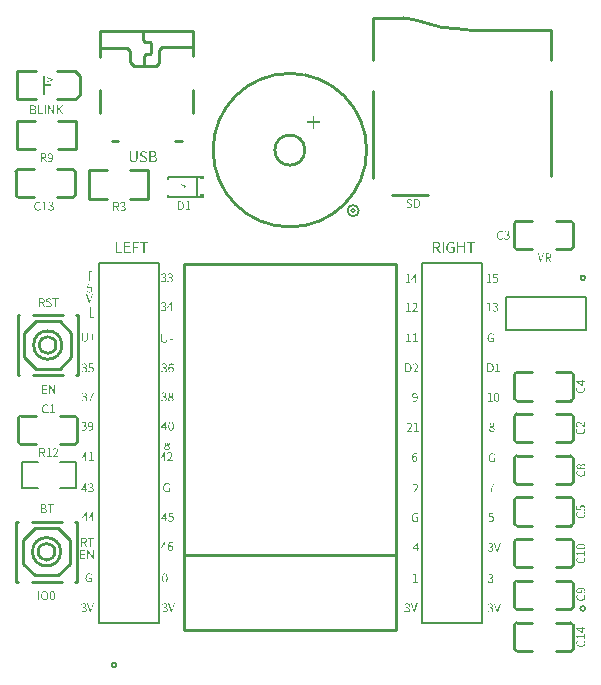
<source format=gto>
G04 Layer: TopSilkLayer*
G04 EasyEDA v6.4.25, 2021-10-04T21:21:11--4:00*
G04 2cf70da8eae2490c89e5189a04a06a47,96b9eb17c6bf4bf1aa34359f555252a9,10*
G04 Gerber Generator version 0.2*
G04 Scale: 100 percent, Rotated: No, Reflected: No *
G04 Dimensions in millimeters *
G04 leading zeros omitted , absolute positions ,4 integer and 5 decimal *
%FSLAX45Y45*%
%MOMM*%

%ADD10C,0.2540*%
%ADD34C,0.1000*%
%ADD35C,0.1524*%
%ADD36C,0.2032*%
%ADD37C,0.2000*%

%LPD*%
G36*
X2779014Y-3446729D02*
G01*
X2772918Y-3447389D01*
X2767482Y-3449269D01*
X2762707Y-3452012D01*
X2758440Y-3455365D01*
X2763012Y-3460953D01*
X2766263Y-3458006D01*
X2769971Y-3455619D01*
X2774086Y-3454044D01*
X2778506Y-3453333D01*
X2783992Y-3454349D01*
X2788158Y-3456889D01*
X2790799Y-3460750D01*
X2791714Y-3465779D01*
X2790596Y-3471621D01*
X2786989Y-3476294D01*
X2780436Y-3479393D01*
X2770632Y-3480511D01*
X2770632Y-3486861D01*
X2781604Y-3487978D01*
X2788920Y-3491179D01*
X2792984Y-3496106D01*
X2794254Y-3502355D01*
X2793085Y-3508400D01*
X2789834Y-3512921D01*
X2784906Y-3515817D01*
X2778760Y-3516833D01*
X2772664Y-3516122D01*
X2767634Y-3514242D01*
X2763469Y-3511499D01*
X2759964Y-3508197D01*
X2755646Y-3513531D01*
X2759710Y-3517392D01*
X2764891Y-3520643D01*
X2771343Y-3522878D01*
X2779268Y-3523691D01*
X2783992Y-3523335D01*
X2788361Y-3522268D01*
X2792374Y-3520490D01*
X2795828Y-3518103D01*
X2798673Y-3515106D01*
X2800807Y-3511499D01*
X2802178Y-3507333D01*
X2802636Y-3502609D01*
X2801366Y-3495649D01*
X2797962Y-3490061D01*
X2792882Y-3485946D01*
X2786634Y-3483559D01*
X2786634Y-3483305D01*
X2792171Y-3480511D01*
X2796387Y-3476548D01*
X2799130Y-3471418D01*
X2800096Y-3465017D01*
X2798521Y-3457244D01*
X2794101Y-3451504D01*
X2787446Y-3447948D01*
G37*
G36*
X2779217Y-3182975D02*
G01*
X2773070Y-3183636D01*
X2767685Y-3185464D01*
X2762859Y-3188208D01*
X2758643Y-3191611D01*
X2763215Y-3197199D01*
X2766466Y-3194202D01*
X2770174Y-3191865D01*
X2774289Y-3190240D01*
X2778709Y-3189579D01*
X2784195Y-3190595D01*
X2788361Y-3193135D01*
X2790952Y-3196996D01*
X2791917Y-3202025D01*
X2790799Y-3207867D01*
X2787142Y-3212541D01*
X2780639Y-3215640D01*
X2770835Y-3216757D01*
X2770835Y-3223107D01*
X2781808Y-3224225D01*
X2789123Y-3227425D01*
X2793187Y-3232302D01*
X2794457Y-3238601D01*
X2793288Y-3244596D01*
X2790037Y-3249168D01*
X2785110Y-3252063D01*
X2778963Y-3253079D01*
X2772867Y-3252368D01*
X2767838Y-3250438D01*
X2763672Y-3247694D01*
X2760167Y-3244443D01*
X2755849Y-3249777D01*
X2759913Y-3253587D01*
X2765044Y-3256838D01*
X2771495Y-3259074D01*
X2779471Y-3259937D01*
X2784195Y-3259582D01*
X2788564Y-3258464D01*
X2792526Y-3256737D01*
X2795981Y-3254349D01*
X2798826Y-3251301D01*
X2801010Y-3247694D01*
X2802331Y-3243529D01*
X2802839Y-3238855D01*
X2801569Y-3231845D01*
X2798165Y-3226257D01*
X2793085Y-3222193D01*
X2786837Y-3219805D01*
X2786837Y-3219551D01*
X2792323Y-3216706D01*
X2796590Y-3212795D01*
X2799334Y-3207664D01*
X2800299Y-3201263D01*
X2798673Y-3193440D01*
X2794304Y-3187700D01*
X2787650Y-3184194D01*
G37*
G36*
X2808681Y-3184245D02*
G01*
X2832557Y-3258667D01*
X2842209Y-3258667D01*
X2866085Y-3184245D01*
X2857449Y-3184245D01*
X2837891Y-3250031D01*
X2837383Y-3250031D01*
X2817571Y-3184245D01*
G37*
G36*
X2768346Y-2929991D02*
G01*
X2766060Y-2964535D01*
X2770632Y-2967329D01*
X2773730Y-2965500D01*
X2776575Y-2964129D01*
X2779623Y-2963316D01*
X2783078Y-2963011D01*
X2789682Y-2964230D01*
X2794711Y-2967685D01*
X2797962Y-2973222D01*
X2799080Y-2980537D01*
X2797810Y-2988106D01*
X2794304Y-2993898D01*
X2789123Y-2997555D01*
X2782824Y-2998825D01*
X2776778Y-2998114D01*
X2771749Y-2996285D01*
X2767685Y-2993593D01*
X2764282Y-2990443D01*
X2759964Y-2995777D01*
X2764180Y-2999486D01*
X2769311Y-3002635D01*
X2775712Y-3004870D01*
X2783586Y-3005683D01*
X2788158Y-3005277D01*
X2792476Y-3004007D01*
X2796540Y-3001924D01*
X2800096Y-2999079D01*
X2803144Y-2995472D01*
X2805480Y-2991104D01*
X2806954Y-2986074D01*
X2807462Y-2980283D01*
X2807055Y-2974543D01*
X2805734Y-2969615D01*
X2803702Y-2965551D01*
X2800959Y-2962300D01*
X2797657Y-2959811D01*
X2793898Y-2958033D01*
X2789682Y-2957017D01*
X2785110Y-2956661D01*
X2781858Y-2956864D01*
X2778963Y-2957423D01*
X2776220Y-2958388D01*
X2773680Y-2959709D01*
X2775712Y-2937103D01*
X2803906Y-2937103D01*
X2803906Y-2929991D01*
G37*
G36*
X2764993Y-2682595D02*
G01*
X2764993Y-2689707D01*
X2801315Y-2689707D01*
X2797860Y-2694736D01*
X2794812Y-2699715D01*
X2792069Y-2704744D01*
X2789682Y-2709773D01*
X2787599Y-2714955D01*
X2785821Y-2720187D01*
X2784297Y-2725623D01*
X2783027Y-2731312D01*
X2781198Y-2743454D01*
X2780233Y-2757017D01*
X2788869Y-2757017D01*
X2789732Y-2743403D01*
X2791256Y-2731160D01*
X2792374Y-2725470D01*
X2793796Y-2719933D01*
X2795574Y-2714548D01*
X2797708Y-2709265D01*
X2800299Y-2703982D01*
X2803296Y-2698648D01*
X2806852Y-2693212D01*
X2810967Y-2687675D01*
X2810967Y-2682595D01*
G37*
G36*
X2796794Y-2425344D02*
G01*
X2792018Y-2425649D01*
X2787548Y-2426512D01*
X2783332Y-2427986D01*
X2779420Y-2430018D01*
X2775864Y-2432608D01*
X2772714Y-2435656D01*
X2769971Y-2439263D01*
X2767634Y-2443327D01*
X2765755Y-2447848D01*
X2764383Y-2452776D01*
X2763570Y-2458161D01*
X2763266Y-2463952D01*
X2763926Y-2472436D01*
X2765704Y-2480005D01*
X2768650Y-2486558D01*
X2772562Y-2492044D01*
X2777388Y-2496464D01*
X2782976Y-2499664D01*
X2789326Y-2501595D01*
X2796286Y-2502306D01*
X2803398Y-2501646D01*
X2809646Y-2499918D01*
X2814929Y-2497226D01*
X2819146Y-2493924D01*
X2819146Y-2462936D01*
X2795016Y-2462936D01*
X2795016Y-2470048D01*
X2811272Y-2470048D01*
X2811272Y-2490368D01*
X2808579Y-2492248D01*
X2805125Y-2493670D01*
X2801213Y-2494584D01*
X2797048Y-2494940D01*
X2791409Y-2494381D01*
X2786380Y-2492705D01*
X2782062Y-2490063D01*
X2778506Y-2486456D01*
X2775661Y-2481935D01*
X2773578Y-2476601D01*
X2772359Y-2470505D01*
X2771902Y-2463698D01*
X2772359Y-2456891D01*
X2773680Y-2450795D01*
X2775813Y-2445512D01*
X2778658Y-2441041D01*
X2782316Y-2437485D01*
X2786583Y-2434844D01*
X2791510Y-2433218D01*
X2797048Y-2432710D01*
X2802432Y-2433269D01*
X2806852Y-2434793D01*
X2810510Y-2437079D01*
X2813558Y-2439822D01*
X2818130Y-2434488D01*
X2814472Y-2431135D01*
X2809748Y-2428189D01*
X2803906Y-2426106D01*
G37*
G36*
X2791053Y-2166721D02*
G01*
X2783078Y-2168093D01*
X2776728Y-2171903D01*
X2772511Y-2177846D01*
X2770987Y-2185517D01*
X2778607Y-2185517D01*
X2779522Y-2180488D01*
X2782011Y-2176526D01*
X2785872Y-2173986D01*
X2790799Y-2173071D01*
X2796387Y-2174138D01*
X2800553Y-2177084D01*
X2803093Y-2181453D01*
X2804007Y-2186787D01*
X2803499Y-2190902D01*
X2801924Y-2194864D01*
X2799384Y-2198624D01*
X2795879Y-2202027D01*
X2789428Y-2199335D01*
X2783890Y-2195982D01*
X2780030Y-2191512D01*
X2778607Y-2185517D01*
X2770987Y-2185517D01*
X2771800Y-2191004D01*
X2773934Y-2195626D01*
X2777083Y-2199487D01*
X2780893Y-2202535D01*
X2780893Y-2203043D01*
X2775966Y-2206345D01*
X2771546Y-2210968D01*
X2768396Y-2216708D01*
X2767267Y-2223109D01*
X2774797Y-2223109D01*
X2775559Y-2217826D01*
X2777744Y-2213102D01*
X2781096Y-2208987D01*
X2785465Y-2205583D01*
X2793136Y-2208834D01*
X2799638Y-2212543D01*
X2804109Y-2217420D01*
X2805785Y-2224125D01*
X2804668Y-2229408D01*
X2801620Y-2233574D01*
X2796895Y-2236317D01*
X2790799Y-2237333D01*
X2784449Y-2236266D01*
X2779369Y-2233269D01*
X2776016Y-2228748D01*
X2774797Y-2223109D01*
X2767267Y-2223109D01*
X2767177Y-2223617D01*
X2767634Y-2227732D01*
X2768904Y-2231542D01*
X2771038Y-2234895D01*
X2773832Y-2237790D01*
X2777286Y-2240178D01*
X2781300Y-2241956D01*
X2785821Y-2243023D01*
X2790799Y-2243429D01*
X2800146Y-2241956D01*
X2807360Y-2237892D01*
X2811983Y-2231847D01*
X2813659Y-2224379D01*
X2812592Y-2217572D01*
X2809798Y-2212238D01*
X2805836Y-2208072D01*
X2801213Y-2204821D01*
X2801213Y-2204313D01*
X2804566Y-2201214D01*
X2807766Y-2196998D01*
X2810154Y-2191969D01*
X2811119Y-2186279D01*
X2809748Y-2178405D01*
X2805734Y-2172208D01*
X2799435Y-2168194D01*
G37*
G36*
X2831033Y-1912721D02*
G01*
X2825953Y-1913331D01*
X2821432Y-1915058D01*
X2817520Y-1918004D01*
X2814269Y-1922170D01*
X2811627Y-1927504D01*
X2809748Y-1934057D01*
X2808579Y-1941830D01*
X2808173Y-1950821D01*
X2816047Y-1950821D01*
X2816301Y-1943252D01*
X2817114Y-1936800D01*
X2818434Y-1931365D01*
X2820212Y-1926996D01*
X2822397Y-1923592D01*
X2824937Y-1921205D01*
X2827832Y-1919782D01*
X2831033Y-1919325D01*
X2834132Y-1919782D01*
X2836926Y-1921205D01*
X2839415Y-1923592D01*
X2841498Y-1926996D01*
X2843174Y-1931365D01*
X2844444Y-1936800D01*
X2845206Y-1943252D01*
X2845511Y-1950821D01*
X2845206Y-1958644D01*
X2844444Y-1965299D01*
X2843174Y-1970836D01*
X2841498Y-1975357D01*
X2839415Y-1978761D01*
X2836926Y-1981200D01*
X2834132Y-1982622D01*
X2831033Y-1983079D01*
X2827832Y-1982622D01*
X2824937Y-1981200D01*
X2822397Y-1978761D01*
X2820212Y-1975357D01*
X2818434Y-1970836D01*
X2817114Y-1965299D01*
X2816301Y-1958644D01*
X2816047Y-1950821D01*
X2808173Y-1950821D01*
X2808579Y-1960016D01*
X2809748Y-1967941D01*
X2811627Y-1974596D01*
X2814269Y-1980082D01*
X2817520Y-1984298D01*
X2821432Y-1987296D01*
X2825953Y-1989074D01*
X2831033Y-1989683D01*
X2835910Y-1989074D01*
X2840329Y-1987296D01*
X2844190Y-1984298D01*
X2847441Y-1980082D01*
X2850083Y-1974596D01*
X2852013Y-1967941D01*
X2853232Y-1960016D01*
X2853639Y-1950821D01*
X2853232Y-1941830D01*
X2852013Y-1934057D01*
X2850083Y-1927504D01*
X2847441Y-1922170D01*
X2844190Y-1918004D01*
X2840329Y-1915058D01*
X2835910Y-1913331D01*
G37*
G36*
X2774899Y-1913991D02*
G01*
X2771851Y-1915617D01*
X2768346Y-1916988D01*
X2764383Y-1918157D01*
X2759913Y-1919071D01*
X2759913Y-1924405D01*
X2772867Y-1924405D01*
X2772867Y-1981555D01*
X2756357Y-1981555D01*
X2756357Y-1988413D01*
X2796235Y-1988413D01*
X2796235Y-1981555D01*
X2781249Y-1981555D01*
X2781249Y-1913991D01*
G37*
G36*
X2786837Y-1410614D02*
G01*
X2782062Y-1410919D01*
X2777540Y-1411782D01*
X2773324Y-1413256D01*
X2769412Y-1415288D01*
X2765907Y-1417878D01*
X2762707Y-1420926D01*
X2759964Y-1424533D01*
X2757627Y-1428597D01*
X2755798Y-1433118D01*
X2754426Y-1438046D01*
X2753563Y-1443431D01*
X2753309Y-1449222D01*
X2753918Y-1457706D01*
X2755747Y-1465275D01*
X2758643Y-1471828D01*
X2762554Y-1477314D01*
X2767380Y-1481734D01*
X2773019Y-1484934D01*
X2779369Y-1486916D01*
X2786329Y-1487576D01*
X2793390Y-1486916D01*
X2799638Y-1485188D01*
X2804972Y-1482547D01*
X2809189Y-1479194D01*
X2809189Y-1448206D01*
X2785059Y-1448206D01*
X2785059Y-1455318D01*
X2801315Y-1455318D01*
X2801315Y-1475638D01*
X2798572Y-1477518D01*
X2795117Y-1478940D01*
X2791206Y-1479854D01*
X2787091Y-1480210D01*
X2781401Y-1479651D01*
X2776372Y-1477975D01*
X2772105Y-1475333D01*
X2768498Y-1471726D01*
X2765653Y-1467205D01*
X2763621Y-1461871D01*
X2762351Y-1455775D01*
X2761945Y-1448968D01*
X2762351Y-1442161D01*
X2763672Y-1436065D01*
X2765806Y-1430782D01*
X2768701Y-1426311D01*
X2772308Y-1422755D01*
X2776626Y-1420114D01*
X2781554Y-1418539D01*
X2787091Y-1417980D01*
X2792425Y-1418539D01*
X2796844Y-1420114D01*
X2800502Y-1422349D01*
X2803601Y-1425092D01*
X2808173Y-1419758D01*
X2804464Y-1416405D01*
X2799791Y-1413459D01*
X2793949Y-1411376D01*
G37*
G36*
X2804210Y-907999D02*
G01*
X2801670Y-942543D01*
X2806242Y-945337D01*
X2809341Y-943457D01*
X2812338Y-942136D01*
X2815437Y-941273D01*
X2818942Y-941019D01*
X2825546Y-942238D01*
X2830576Y-945692D01*
X2833827Y-951179D01*
X2834944Y-958545D01*
X2833674Y-966114D01*
X2830118Y-971854D01*
X2824886Y-975563D01*
X2818434Y-976833D01*
X2812542Y-976121D01*
X2807563Y-974242D01*
X2803398Y-971600D01*
X2799892Y-968451D01*
X2795828Y-973785D01*
X2799943Y-977493D01*
X2805074Y-980643D01*
X2811424Y-982878D01*
X2819196Y-983691D01*
X2823819Y-983284D01*
X2828239Y-982014D01*
X2832303Y-979932D01*
X2835960Y-977087D01*
X2839008Y-973480D01*
X2841345Y-969111D01*
X2842818Y-964031D01*
X2843326Y-958291D01*
X2842869Y-952550D01*
X2841548Y-947623D01*
X2839466Y-943559D01*
X2836722Y-940308D01*
X2833420Y-937768D01*
X2829610Y-936040D01*
X2825445Y-935024D01*
X2820974Y-934669D01*
X2817723Y-934872D01*
X2814777Y-935431D01*
X2811983Y-936396D01*
X2809290Y-937717D01*
X2811322Y-915111D01*
X2839770Y-915111D01*
X2839770Y-907999D01*
G37*
G36*
X2764840Y-907999D02*
G01*
X2761792Y-909624D01*
X2758338Y-910996D01*
X2754376Y-912164D01*
X2749854Y-913079D01*
X2749854Y-918413D01*
X2762808Y-918413D01*
X2762808Y-975563D01*
X2746298Y-975563D01*
X2746298Y-982421D01*
X2786176Y-982421D01*
X2786176Y-975563D01*
X2771190Y-975563D01*
X2771190Y-907999D01*
G37*
G36*
X2152345Y-3182975D02*
G01*
X2121678Y-3229965D01*
X2129485Y-3229965D01*
X2147519Y-3203549D01*
X2153361Y-3192627D01*
X2153869Y-3192627D01*
X2153361Y-3202787D01*
X2153361Y-3229965D01*
X2121678Y-3229965D01*
X2120849Y-3231235D01*
X2120849Y-3236569D01*
X2153361Y-3236569D01*
X2153361Y-3257397D01*
X2161235Y-3257397D01*
X2161235Y-3236569D01*
X2171395Y-3236569D01*
X2171395Y-3229965D01*
X2161235Y-3229965D01*
X2161235Y-3182975D01*
G37*
G36*
X2145690Y-2929991D02*
G01*
X2140915Y-2930296D01*
X2136444Y-2931210D01*
X2132228Y-2932684D01*
X2128316Y-2934716D01*
X2124760Y-2937256D01*
X2121611Y-2940354D01*
X2118868Y-2943910D01*
X2116531Y-2947974D01*
X2114651Y-2952496D01*
X2113280Y-2957474D01*
X2112467Y-2962808D01*
X2112162Y-2968599D01*
X2112822Y-2977083D01*
X2114600Y-2984652D01*
X2117547Y-2991205D01*
X2121458Y-2996742D01*
X2126284Y-3001111D01*
X2131872Y-3004312D01*
X2138222Y-3006293D01*
X2145182Y-3006953D01*
X2152243Y-3006344D01*
X2158542Y-3004566D01*
X2163826Y-3001924D01*
X2168042Y-2998571D01*
X2168042Y-2967583D01*
X2143912Y-2967583D01*
X2143912Y-2974695D01*
X2160168Y-2974695D01*
X2160168Y-2995015D01*
X2157476Y-2996895D01*
X2154021Y-2998368D01*
X2150110Y-2999282D01*
X2145944Y-2999587D01*
X2140305Y-2999028D01*
X2135276Y-2997403D01*
X2130958Y-2994710D01*
X2127402Y-2991104D01*
X2124557Y-2986582D01*
X2122474Y-2981248D01*
X2121255Y-2975152D01*
X2120798Y-2968345D01*
X2121255Y-2961538D01*
X2122576Y-2955493D01*
X2124659Y-2950159D01*
X2127554Y-2945688D01*
X2131212Y-2942132D01*
X2135479Y-2939542D01*
X2140407Y-2937916D01*
X2145944Y-2937357D01*
X2151329Y-2937916D01*
X2155748Y-2939491D01*
X2159406Y-2941777D01*
X2162454Y-2944469D01*
X2167026Y-2939135D01*
X2163368Y-2935782D01*
X2158644Y-2932836D01*
X2152802Y-2930804D01*
G37*
G36*
X2142439Y-2682595D02*
G01*
X2136089Y-2683357D01*
X2130501Y-2685542D01*
X2125522Y-2688996D01*
X2120849Y-2693517D01*
X2125675Y-2698089D01*
X2129129Y-2694635D01*
X2132939Y-2691790D01*
X2137105Y-2689910D01*
X2141677Y-2689199D01*
X2147925Y-2690368D01*
X2152294Y-2693568D01*
X2154834Y-2698496D01*
X2155647Y-2704693D01*
X2155139Y-2709621D01*
X2153666Y-2714802D01*
X2151075Y-2720289D01*
X2147468Y-2726080D01*
X2142693Y-2732227D01*
X2136800Y-2738729D01*
X2129688Y-2745740D01*
X2121357Y-2753207D01*
X2121357Y-2758287D01*
X2167331Y-2758287D01*
X2167331Y-2751175D01*
X2143048Y-2751175D01*
X2133803Y-2751683D01*
X2140356Y-2745384D01*
X2146198Y-2739186D01*
X2151329Y-2733192D01*
X2155647Y-2727299D01*
X2159101Y-2721457D01*
X2161641Y-2715717D01*
X2163216Y-2710078D01*
X2163775Y-2704439D01*
X2163419Y-2699664D01*
X2162302Y-2695448D01*
X2160524Y-2691688D01*
X2158034Y-2688539D01*
X2154986Y-2685999D01*
X2151329Y-2684119D01*
X2147163Y-2682951D01*
G37*
G36*
X2141829Y-2421686D02*
G01*
X2136546Y-2422194D01*
X2131568Y-2423871D01*
X2126945Y-2426716D01*
X2122881Y-2430830D01*
X2119477Y-2436368D01*
X2116886Y-2443327D01*
X2115210Y-2451862D01*
X2114651Y-2462072D01*
X2114939Y-2467406D01*
X2122525Y-2467406D01*
X2126488Y-2462885D01*
X2130552Y-2459786D01*
X2134565Y-2458059D01*
X2138273Y-2457500D01*
X2144522Y-2458720D01*
X2148840Y-2462225D01*
X2151380Y-2467559D01*
X2152243Y-2474518D01*
X2151227Y-2481630D01*
X2148484Y-2487168D01*
X2144420Y-2490774D01*
X2139289Y-2492044D01*
X2132634Y-2490419D01*
X2127554Y-2485644D01*
X2124151Y-2477922D01*
X2122525Y-2467406D01*
X2114939Y-2467406D01*
X2115108Y-2470556D01*
X2116429Y-2477973D01*
X2118614Y-2484272D01*
X2121509Y-2489403D01*
X2125116Y-2493467D01*
X2129332Y-2496312D01*
X2134057Y-2498090D01*
X2139289Y-2498648D01*
X2143353Y-2498191D01*
X2147214Y-2496921D01*
X2150770Y-2494838D01*
X2153869Y-2491994D01*
X2156460Y-2488539D01*
X2158390Y-2484424D01*
X2159660Y-2479700D01*
X2160117Y-2474518D01*
X2159711Y-2469134D01*
X2158644Y-2464460D01*
X2156917Y-2460498D01*
X2154580Y-2457246D01*
X2151634Y-2454706D01*
X2148078Y-2452878D01*
X2144064Y-2451760D01*
X2139543Y-2451404D01*
X2135022Y-2452014D01*
X2130552Y-2453741D01*
X2126284Y-2456535D01*
X2122525Y-2460294D01*
X2122982Y-2452166D01*
X2124202Y-2445359D01*
X2126081Y-2439873D01*
X2128469Y-2435555D01*
X2131364Y-2432354D01*
X2134666Y-2430170D01*
X2138222Y-2428951D01*
X2142083Y-2428544D01*
X2145436Y-2428951D01*
X2148586Y-2430119D01*
X2151481Y-2431999D01*
X2154021Y-2434386D01*
X2158847Y-2429052D01*
X2155545Y-2426106D01*
X2151634Y-2423769D01*
X2147112Y-2422245D01*
G37*
G36*
X2092452Y-2166721D02*
G01*
X2086051Y-2167483D01*
X2080514Y-2169718D01*
X2075484Y-2173173D01*
X2070862Y-2177643D01*
X2075688Y-2182215D01*
X2079091Y-2178812D01*
X2082901Y-2175967D01*
X2087118Y-2174036D01*
X2091689Y-2173325D01*
X2097938Y-2174494D01*
X2102307Y-2177745D01*
X2104847Y-2182672D01*
X2105660Y-2188819D01*
X2105152Y-2193798D01*
X2103628Y-2198979D01*
X2101088Y-2204415D01*
X2097481Y-2210206D01*
X2092706Y-2216353D01*
X2086813Y-2222906D01*
X2079701Y-2229866D01*
X2071370Y-2237333D01*
X2071370Y-2242413D01*
X2117344Y-2242413D01*
X2117344Y-2235301D01*
X2093061Y-2235352D01*
X2083816Y-2235809D01*
X2090318Y-2229510D01*
X2096211Y-2223363D01*
X2101342Y-2217318D01*
X2105660Y-2211425D01*
X2109114Y-2205634D01*
X2111654Y-2199894D01*
X2113229Y-2194204D01*
X2113788Y-2188565D01*
X2113381Y-2183841D01*
X2112314Y-2179574D01*
X2110486Y-2175865D01*
X2108047Y-2172716D01*
X2104999Y-2170125D01*
X2101342Y-2168296D01*
X2097125Y-2167128D01*
G37*
G36*
X2150110Y-2167991D02*
G01*
X2147062Y-2169617D01*
X2143556Y-2170988D01*
X2139594Y-2172157D01*
X2135124Y-2173071D01*
X2135124Y-2178405D01*
X2148332Y-2178405D01*
X2148332Y-2235555D01*
X2131568Y-2235555D01*
X2131568Y-2242413D01*
X2171700Y-2242413D01*
X2171700Y-2235555D01*
X2156460Y-2235555D01*
X2156460Y-2167991D01*
G37*
G36*
X2137613Y-1912721D02*
G01*
X2133498Y-1913178D01*
X2129637Y-1914448D01*
X2126081Y-1916531D01*
X2122982Y-1919325D01*
X2120392Y-1922780D01*
X2118461Y-1926894D01*
X2117191Y-1931517D01*
X2116785Y-1936597D01*
X2124659Y-1936597D01*
X2125624Y-1929638D01*
X2128367Y-1924151D01*
X2132482Y-1920595D01*
X2137613Y-1919325D01*
X2144369Y-1920951D01*
X2149500Y-1925624D01*
X2152853Y-1933244D01*
X2154377Y-1943709D01*
X2150567Y-1948281D01*
X2146554Y-1951482D01*
X2142439Y-1953310D01*
X2138375Y-1953869D01*
X2132330Y-1952650D01*
X2128062Y-1949145D01*
X2125472Y-1943709D01*
X2124659Y-1936597D01*
X2116785Y-1936597D01*
X2117140Y-1942033D01*
X2118207Y-1946808D01*
X2119934Y-1950821D01*
X2122271Y-1954072D01*
X2125167Y-1956663D01*
X2128672Y-1958492D01*
X2132634Y-1959610D01*
X2137105Y-1959965D01*
X2141931Y-1959305D01*
X2146503Y-1957476D01*
X2150770Y-1954530D01*
X2154631Y-1950567D01*
X2153970Y-1958898D01*
X2152650Y-1965807D01*
X2150770Y-1971395D01*
X2148433Y-1975764D01*
X2145639Y-1978964D01*
X2142490Y-1981200D01*
X2139137Y-1982419D01*
X2135581Y-1982825D01*
X2131872Y-1982470D01*
X2128469Y-1981352D01*
X2125421Y-1979523D01*
X2122881Y-1976983D01*
X2118309Y-1982317D01*
X2121611Y-1985314D01*
X2125573Y-1987600D01*
X2130196Y-1989124D01*
X2135581Y-1989683D01*
X2140712Y-1989124D01*
X2145639Y-1987448D01*
X2150211Y-1984451D01*
X2154275Y-1980184D01*
X2157628Y-1974443D01*
X2160219Y-1967179D01*
X2161895Y-1958339D01*
X2162505Y-1947773D01*
X2161997Y-1939543D01*
X2160625Y-1932432D01*
X2158441Y-1926437D01*
X2155444Y-1921510D01*
X2151837Y-1917649D01*
X2147570Y-1914906D01*
X2142794Y-1913280D01*
G37*
G36*
X2141778Y-1663344D02*
G01*
X2135428Y-1664106D01*
X2129840Y-1666341D01*
X2124862Y-1669745D01*
X2120188Y-1674266D01*
X2125014Y-1678838D01*
X2128469Y-1675384D01*
X2132279Y-1672589D01*
X2136444Y-1670659D01*
X2141016Y-1669948D01*
X2147265Y-1671116D01*
X2151634Y-1674368D01*
X2154174Y-1679244D01*
X2154986Y-1685442D01*
X2154478Y-1690420D01*
X2153005Y-1695602D01*
X2150465Y-1701038D01*
X2146808Y-1706829D01*
X2142032Y-1712975D01*
X2136140Y-1719529D01*
X2129028Y-1726488D01*
X2120696Y-1733956D01*
X2120696Y-1739036D01*
X2166670Y-1739036D01*
X2166670Y-1731924D01*
X2142490Y-1731975D01*
X2133142Y-1732432D01*
X2139696Y-1726133D01*
X2145538Y-1719986D01*
X2150668Y-1713941D01*
X2154986Y-1708048D01*
X2158441Y-1702206D01*
X2161032Y-1696516D01*
X2162606Y-1690827D01*
X2163114Y-1685188D01*
X2162759Y-1680464D01*
X2161641Y-1676196D01*
X2159863Y-1672488D01*
X2157425Y-1669288D01*
X2154326Y-1666748D01*
X2150719Y-1664919D01*
X2146503Y-1663750D01*
G37*
G36*
X2057196Y-1664614D02*
G01*
X2057196Y-1671472D01*
X2074722Y-1671472D01*
X2081072Y-1671980D01*
X2086559Y-1673504D01*
X2091182Y-1675993D01*
X2094941Y-1679397D01*
X2097887Y-1683715D01*
X2099970Y-1688846D01*
X2101240Y-1694738D01*
X2101646Y-1701444D01*
X2101240Y-1708251D01*
X2099970Y-1714296D01*
X2097887Y-1719529D01*
X2094941Y-1723948D01*
X2091182Y-1727454D01*
X2086559Y-1730044D01*
X2081072Y-1731619D01*
X2074722Y-1732178D01*
X2065578Y-1732178D01*
X2065578Y-1671472D01*
X2057196Y-1671472D01*
X2057196Y-1739036D01*
X2075738Y-1739036D01*
X2081174Y-1738731D01*
X2086152Y-1737868D01*
X2090674Y-1736445D01*
X2094738Y-1734464D01*
X2098344Y-1731975D01*
X2101494Y-1728978D01*
X2104186Y-1725523D01*
X2106371Y-1721561D01*
X2108098Y-1717192D01*
X2109317Y-1712315D01*
X2110028Y-1707083D01*
X2110282Y-1701444D01*
X2110028Y-1695805D01*
X2109317Y-1690573D01*
X2108047Y-1685848D01*
X2106371Y-1681480D01*
X2104136Y-1677670D01*
X2101443Y-1674266D01*
X2098294Y-1671370D01*
X2094687Y-1668983D01*
X2090572Y-1667052D01*
X2086000Y-1665732D01*
X2080971Y-1664868D01*
X2075484Y-1664614D01*
G37*
G36*
X2140915Y-1410614D02*
G01*
X2137867Y-1412240D01*
X2134362Y-1413611D01*
X2130399Y-1414780D01*
X2125929Y-1415694D01*
X2125929Y-1421028D01*
X2139137Y-1421028D01*
X2139137Y-1478178D01*
X2122373Y-1478178D01*
X2122373Y-1485036D01*
X2162505Y-1485036D01*
X2162505Y-1478178D01*
X2147265Y-1478178D01*
X2147265Y-1410614D01*
G37*
G36*
X2085289Y-1410614D02*
G01*
X2082241Y-1412240D01*
X2078736Y-1413611D01*
X2074773Y-1414780D01*
X2070303Y-1415694D01*
X2070303Y-1421028D01*
X2083257Y-1421028D01*
X2083257Y-1478178D01*
X2066747Y-1478178D01*
X2066747Y-1485036D01*
X2106625Y-1485036D01*
X2106625Y-1478178D01*
X2091639Y-1478178D01*
X2091639Y-1410614D01*
G37*
G36*
X2140813Y-907999D02*
G01*
X2109899Y-954989D01*
X2117902Y-954989D01*
X2135936Y-928573D01*
X2141829Y-917651D01*
X2142286Y-917651D01*
X2141829Y-927811D01*
X2141829Y-954989D01*
X2109899Y-954989D01*
X2109063Y-956259D01*
X2109063Y-961593D01*
X2141829Y-961593D01*
X2141829Y-982421D01*
X2149449Y-982421D01*
X2149449Y-961593D01*
X2159609Y-961593D01*
X2159609Y-954989D01*
X2149449Y-954989D01*
X2149449Y-907999D01*
G37*
G36*
X2079091Y-907999D02*
G01*
X2075992Y-909624D01*
X2072538Y-910996D01*
X2068575Y-912164D01*
X2064054Y-913079D01*
X2064054Y-918413D01*
X2077059Y-918413D01*
X2077059Y-975563D01*
X2060549Y-975563D01*
X2060549Y-982421D01*
X2100427Y-982421D01*
X2100427Y-975563D01*
X2085441Y-975563D01*
X2085441Y-907999D01*
G37*
G36*
X-663854Y-3694785D02*
G01*
X-669950Y-3695496D01*
X-675335Y-3697325D01*
X-680161Y-3700068D01*
X-684428Y-3703421D01*
X-679856Y-3709009D01*
X-676554Y-3706063D01*
X-672846Y-3703675D01*
X-668782Y-3702100D01*
X-664362Y-3701389D01*
X-658825Y-3702405D01*
X-654710Y-3704945D01*
X-652068Y-3708857D01*
X-651154Y-3713835D01*
X-652272Y-3719677D01*
X-655878Y-3724351D01*
X-662381Y-3727450D01*
X-672236Y-3728567D01*
X-672236Y-3734917D01*
X-661263Y-3736086D01*
X-653948Y-3739235D01*
X-649833Y-3744163D01*
X-648614Y-3750411D01*
X-649782Y-3756456D01*
X-652983Y-3761028D01*
X-657910Y-3763924D01*
X-664108Y-3764889D01*
X-670153Y-3764229D01*
X-675182Y-3762298D01*
X-679399Y-3759555D01*
X-682904Y-3756253D01*
X-687222Y-3761587D01*
X-683107Y-3765448D01*
X-677976Y-3768699D01*
X-671525Y-3770934D01*
X-663600Y-3771747D01*
X-658876Y-3771392D01*
X-654456Y-3770325D01*
X-650494Y-3768598D01*
X-647039Y-3766210D01*
X-644194Y-3763162D01*
X-642061Y-3759555D01*
X-640689Y-3755390D01*
X-640232Y-3750665D01*
X-641451Y-3743706D01*
X-644855Y-3738118D01*
X-649986Y-3734054D01*
X-656234Y-3731615D01*
X-656234Y-3731361D01*
X-650697Y-3728567D01*
X-646430Y-3724605D01*
X-643737Y-3719474D01*
X-642772Y-3713073D01*
X-644347Y-3705301D01*
X-648716Y-3699560D01*
X-655421Y-3696004D01*
G37*
G36*
X-634390Y-3696055D02*
G01*
X-610514Y-3770477D01*
X-600862Y-3770477D01*
X-576986Y-3696055D01*
X-585622Y-3696055D01*
X-605180Y-3761892D01*
X-605688Y-3761892D01*
X-611073Y-3743553D01*
X-625500Y-3696055D01*
G37*
G36*
X-616813Y-3442106D02*
G01*
X-621588Y-3442411D01*
X-626059Y-3443325D01*
X-630275Y-3444798D01*
X-634187Y-3446830D01*
X-637743Y-3449370D01*
X-640892Y-3452469D01*
X-643686Y-3456025D01*
X-645972Y-3460089D01*
X-647852Y-3464610D01*
X-649224Y-3469589D01*
X-650036Y-3474974D01*
X-650341Y-3480714D01*
X-649681Y-3489248D01*
X-647903Y-3496767D01*
X-644956Y-3503371D01*
X-641045Y-3508857D01*
X-636219Y-3513226D01*
X-630631Y-3516426D01*
X-624281Y-3518408D01*
X-617321Y-3519068D01*
X-610260Y-3518458D01*
X-603961Y-3516680D01*
X-598678Y-3514039D01*
X-594461Y-3510686D01*
X-594461Y-3479698D01*
X-618591Y-3479698D01*
X-618591Y-3486810D01*
X-602335Y-3486810D01*
X-602335Y-3507130D01*
X-605028Y-3509060D01*
X-608482Y-3510483D01*
X-612394Y-3511397D01*
X-616559Y-3511702D01*
X-622249Y-3511143D01*
X-627227Y-3509518D01*
X-631545Y-3506876D01*
X-635101Y-3503218D01*
X-637946Y-3498748D01*
X-640029Y-3493414D01*
X-641248Y-3487267D01*
X-641705Y-3480460D01*
X-641248Y-3473653D01*
X-639927Y-3467608D01*
X-637844Y-3462274D01*
X-634949Y-3457854D01*
X-631291Y-3454247D01*
X-627024Y-3451656D01*
X-622096Y-3450031D01*
X-616559Y-3449472D01*
X-611174Y-3450082D01*
X-606755Y-3451606D01*
X-603097Y-3453892D01*
X-600049Y-3456584D01*
X-595477Y-3451250D01*
X-599135Y-3447897D01*
X-603859Y-3444951D01*
X-609701Y-3442919D01*
G37*
G36*
X-631444Y-3141421D02*
G01*
X-631444Y-3148533D01*
X-608838Y-3148533D01*
X-608838Y-3215843D01*
X-600456Y-3215843D01*
X-600456Y-3148533D01*
X-577596Y-3148533D01*
X-577596Y-3141421D01*
G37*
G36*
X-686562Y-3141421D02*
G01*
X-686562Y-3148279D01*
X-665226Y-3148279D01*
X-657301Y-3148990D01*
X-651510Y-3151327D01*
X-647903Y-3155543D01*
X-646684Y-3161995D01*
X-647903Y-3168548D01*
X-651510Y-3173171D01*
X-657301Y-3175812D01*
X-665226Y-3176727D01*
X-678180Y-3176727D01*
X-678180Y-3148279D01*
X-686562Y-3148279D01*
X-686562Y-3215843D01*
X-678180Y-3215843D01*
X-678180Y-3183839D01*
X-664210Y-3183839D01*
X-645668Y-3215843D01*
X-636270Y-3215843D01*
X-655320Y-3182823D01*
X-648258Y-3180232D01*
X-642772Y-3175914D01*
X-639318Y-3169818D01*
X-638048Y-3161995D01*
X-638556Y-3156712D01*
X-639978Y-3152343D01*
X-642264Y-3148787D01*
X-645312Y-3145993D01*
X-649071Y-3143910D01*
X-653491Y-3142488D01*
X-658469Y-3141675D01*
X-663956Y-3141421D01*
G37*
G36*
X66598Y-901953D02*
G01*
X60655Y-902614D01*
X55270Y-904494D01*
X50444Y-907237D01*
X46024Y-910590D01*
X50596Y-916178D01*
X54051Y-913231D01*
X57810Y-910844D01*
X61925Y-909269D01*
X66344Y-908558D01*
X71780Y-909574D01*
X75895Y-912114D01*
X78435Y-915974D01*
X79298Y-921003D01*
X78232Y-926846D01*
X74726Y-931519D01*
X68275Y-934618D01*
X58470Y-935736D01*
X58470Y-942086D01*
X69443Y-943203D01*
X76758Y-946403D01*
X80822Y-951331D01*
X82092Y-957580D01*
X80924Y-963625D01*
X77673Y-968146D01*
X72694Y-971042D01*
X66344Y-972058D01*
X60401Y-971346D01*
X55422Y-969467D01*
X51206Y-966724D01*
X47548Y-963421D01*
X43484Y-968756D01*
X47447Y-972616D01*
X52628Y-975868D01*
X59029Y-978103D01*
X66852Y-978916D01*
X71678Y-978560D01*
X76098Y-977493D01*
X80060Y-975715D01*
X83515Y-973328D01*
X86309Y-970330D01*
X88442Y-966724D01*
X89763Y-962558D01*
X90220Y-957834D01*
X89001Y-950874D01*
X85598Y-945286D01*
X80568Y-941171D01*
X74472Y-938784D01*
X74472Y-938530D01*
X79857Y-935736D01*
X84023Y-931773D01*
X86715Y-926642D01*
X87680Y-920242D01*
X86106Y-912469D01*
X81737Y-906729D01*
X75031Y-903173D01*
G37*
G36*
X10972Y-901953D02*
G01*
X4876Y-902614D01*
X-558Y-904494D01*
X-5334Y-907237D01*
X-9601Y-910590D01*
X-5029Y-916178D01*
X-1727Y-913231D01*
X1981Y-910844D01*
X6045Y-909269D01*
X10464Y-908558D01*
X15951Y-909574D01*
X20116Y-912114D01*
X22758Y-915974D01*
X23672Y-921003D01*
X22555Y-926846D01*
X18948Y-931519D01*
X12446Y-934618D01*
X2590Y-935736D01*
X2590Y-942086D01*
X13563Y-943203D01*
X20878Y-946403D01*
X24942Y-951331D01*
X26212Y-957580D01*
X25044Y-963625D01*
X21793Y-968146D01*
X16916Y-971042D01*
X10718Y-972058D01*
X4622Y-971346D01*
X-406Y-969467D01*
X-4572Y-966724D01*
X-8077Y-963421D01*
X-12395Y-968756D01*
X-8280Y-972616D01*
X-3149Y-975868D01*
X3302Y-978103D01*
X11226Y-978916D01*
X15951Y-978560D01*
X20370Y-977493D01*
X24333Y-975715D01*
X27787Y-973328D01*
X30632Y-970330D01*
X32766Y-966724D01*
X34137Y-962558D01*
X34594Y-957834D01*
X33375Y-950874D01*
X29921Y-945286D01*
X24841Y-941171D01*
X18592Y-938784D01*
X18592Y-938530D01*
X24130Y-935736D01*
X28397Y-931773D01*
X31089Y-926642D01*
X32054Y-920242D01*
X30480Y-912469D01*
X26111Y-906729D01*
X19405Y-903173D01*
G37*
G36*
X-642670Y-1076807D02*
G01*
X-618794Y-1151229D01*
X-609142Y-1151229D01*
X-585520Y-1076807D01*
X-593902Y-1076807D01*
X-613714Y-1142593D01*
X-613968Y-1142593D01*
X-617829Y-1130249D01*
X-621334Y-1117955D01*
X-633780Y-1076807D01*
G37*
G36*
X-631748Y-989482D02*
G01*
X-634034Y-1024026D01*
X-629462Y-1026820D01*
X-626414Y-1024940D01*
X-623519Y-1023619D01*
X-620522Y-1022756D01*
X-617016Y-1022502D01*
X-610463Y-1023721D01*
X-605434Y-1027176D01*
X-602183Y-1032662D01*
X-601014Y-1040028D01*
X-602335Y-1047597D01*
X-605840Y-1053338D01*
X-610971Y-1057046D01*
X-617270Y-1058316D01*
X-623366Y-1057605D01*
X-628345Y-1055725D01*
X-632460Y-1053033D01*
X-635812Y-1049934D01*
X-640130Y-1055268D01*
X-635965Y-1058976D01*
X-630834Y-1062126D01*
X-624433Y-1064310D01*
X-616508Y-1065174D01*
X-611987Y-1064717D01*
X-607669Y-1063498D01*
X-603605Y-1061415D01*
X-599998Y-1058570D01*
X-597001Y-1054963D01*
X-594664Y-1050594D01*
X-593191Y-1045514D01*
X-592632Y-1039774D01*
X-593090Y-1034034D01*
X-594410Y-1029106D01*
X-596442Y-1025042D01*
X-599135Y-1021740D01*
X-602437Y-1019251D01*
X-606247Y-1017524D01*
X-610463Y-1016508D01*
X-614984Y-1016152D01*
X-618236Y-1016355D01*
X-621182Y-1016914D01*
X-623874Y-1017879D01*
X-626414Y-1019200D01*
X-624382Y-996594D01*
X-596188Y-996594D01*
X-596188Y-989482D01*
G37*
G36*
X-592378Y-2924606D02*
G01*
X-623293Y-2971596D01*
X-615238Y-2971596D01*
X-597204Y-2945180D01*
X-591362Y-2934258D01*
X-590854Y-2934258D01*
X-591362Y-2944418D01*
X-591362Y-2971596D01*
X-623293Y-2971596D01*
X-624128Y-2972866D01*
X-624128Y-2978200D01*
X-591362Y-2978200D01*
X-591362Y-2999028D01*
X-583742Y-2999028D01*
X-583742Y-2978200D01*
X-573582Y-2978200D01*
X-573582Y-2971596D01*
X-583742Y-2971596D01*
X-583742Y-2924606D01*
G37*
G36*
X-648258Y-2924606D02*
G01*
X-678925Y-2971596D01*
X-671118Y-2971596D01*
X-653084Y-2945180D01*
X-647242Y-2934258D01*
X-646734Y-2934258D01*
X-647242Y-2944418D01*
X-647242Y-2971596D01*
X-678925Y-2971596D01*
X-679754Y-2972866D01*
X-679754Y-2978200D01*
X-647242Y-2978200D01*
X-647242Y-2999028D01*
X-639368Y-2999028D01*
X-639368Y-2978200D01*
X-629208Y-2978200D01*
X-629208Y-2971596D01*
X-639368Y-2971596D01*
X-639368Y-2924606D01*
G37*
G36*
X-604367Y-2679344D02*
G01*
X-610362Y-2680004D01*
X-615696Y-2681833D01*
X-620572Y-2684576D01*
X-624941Y-2687980D01*
X-620369Y-2693568D01*
X-616966Y-2690571D01*
X-613156Y-2688234D01*
X-609041Y-2686659D01*
X-604621Y-2685948D01*
X-599186Y-2686964D01*
X-595122Y-2689504D01*
X-592582Y-2693365D01*
X-591667Y-2698394D01*
X-592785Y-2704236D01*
X-596290Y-2708910D01*
X-602742Y-2712008D01*
X-612495Y-2713126D01*
X-612495Y-2719476D01*
X-601522Y-2720594D01*
X-594207Y-2723794D01*
X-590143Y-2728671D01*
X-588873Y-2734970D01*
X-590042Y-2740964D01*
X-593344Y-2745536D01*
X-598322Y-2748432D01*
X-604621Y-2749448D01*
X-610565Y-2748737D01*
X-615543Y-2746857D01*
X-619760Y-2744063D01*
X-623417Y-2740812D01*
X-627481Y-2746146D01*
X-623519Y-2749956D01*
X-618388Y-2753207D01*
X-611936Y-2755442D01*
X-604113Y-2756306D01*
X-599338Y-2755950D01*
X-594918Y-2754884D01*
X-590956Y-2753106D01*
X-587502Y-2750718D01*
X-584657Y-2747721D01*
X-582574Y-2744063D01*
X-581202Y-2739898D01*
X-580745Y-2735224D01*
X-582015Y-2728264D01*
X-585419Y-2722626D01*
X-590397Y-2718562D01*
X-596493Y-2716174D01*
X-596493Y-2715920D01*
X-591108Y-2713075D01*
X-586943Y-2709164D01*
X-584250Y-2704033D01*
X-583285Y-2697632D01*
X-584860Y-2689860D01*
X-589280Y-2684119D01*
X-595934Y-2680563D01*
G37*
G36*
X-652881Y-2680614D02*
G01*
X-683548Y-2727604D01*
X-675741Y-2727604D01*
X-657707Y-2701188D01*
X-651865Y-2690266D01*
X-651357Y-2690266D01*
X-651865Y-2703474D01*
X-651865Y-2727604D01*
X-683548Y-2727604D01*
X-684377Y-2728874D01*
X-684377Y-2734208D01*
X-651865Y-2734208D01*
X-651865Y-2755036D01*
X-643991Y-2755036D01*
X-643991Y-2734208D01*
X-633831Y-2734208D01*
X-633831Y-2727604D01*
X-643991Y-2727604D01*
X-643991Y-2680614D01*
G37*
G36*
X-602335Y-2415489D02*
G01*
X-605383Y-2417064D01*
X-608888Y-2418486D01*
X-612851Y-2419654D01*
X-617321Y-2420569D01*
X-617321Y-2425903D01*
X-604113Y-2425903D01*
X-604113Y-2483053D01*
X-620877Y-2483053D01*
X-620877Y-2489911D01*
X-580745Y-2489911D01*
X-580745Y-2483053D01*
X-595985Y-2483053D01*
X-595985Y-2415489D01*
G37*
G36*
X-652119Y-2415489D02*
G01*
X-682786Y-2462479D01*
X-674979Y-2462479D01*
X-656945Y-2436063D01*
X-651103Y-2425141D01*
X-650595Y-2425141D01*
X-651103Y-2438349D01*
X-651103Y-2462479D01*
X-682786Y-2462479D01*
X-683615Y-2463749D01*
X-683615Y-2469083D01*
X-651103Y-2469083D01*
X-651103Y-2489911D01*
X-643229Y-2489911D01*
X-643229Y-2469083D01*
X-633069Y-2469083D01*
X-633069Y-2462479D01*
X-643229Y-2462479D01*
X-643229Y-2415489D01*
G37*
G36*
X-957021Y-1850389D02*
G01*
X-957021Y-1924812D01*
X-948893Y-1924812D01*
X-948893Y-1884172D01*
X-949909Y-1861312D01*
X-949401Y-1861312D01*
X-941273Y-1876552D01*
X-913333Y-1924812D01*
X-904697Y-1924812D01*
X-904697Y-1850389D01*
X-912825Y-1850389D01*
X-912723Y-1896567D01*
X-911555Y-1913889D01*
X-912063Y-1913889D01*
X-920191Y-1898650D01*
X-948385Y-1850389D01*
G37*
G36*
X-1016203Y-1850389D02*
G01*
X-1016203Y-1924812D01*
X-972769Y-1924812D01*
X-972769Y-1917700D01*
X-1007821Y-1917700D01*
X-1007821Y-1889252D01*
X-979373Y-1889252D01*
X-979373Y-1882139D01*
X-1007821Y-1882139D01*
X-1007821Y-1857502D01*
X-973785Y-1857502D01*
X-973785Y-1850389D01*
G37*
G36*
X11277Y-1144422D02*
G01*
X5181Y-1145082D01*
X-254Y-1146911D01*
X-5029Y-1149654D01*
X-9296Y-1153058D01*
X-4724Y-1158646D01*
X-1422Y-1155649D01*
X2286Y-1153312D01*
X6350Y-1151686D01*
X10769Y-1151026D01*
X16256Y-1152042D01*
X20421Y-1154582D01*
X23063Y-1158443D01*
X23977Y-1163472D01*
X22860Y-1169314D01*
X19253Y-1173988D01*
X12750Y-1177086D01*
X2895Y-1178204D01*
X2895Y-1184554D01*
X13868Y-1185672D01*
X21183Y-1188872D01*
X25247Y-1193749D01*
X26517Y-1200048D01*
X25349Y-1206042D01*
X22098Y-1210614D01*
X17221Y-1213510D01*
X11023Y-1214526D01*
X4978Y-1213815D01*
X-101Y-1211884D01*
X-4267Y-1209141D01*
X-7772Y-1205890D01*
X-12090Y-1211224D01*
X-7975Y-1215034D01*
X-2844Y-1218285D01*
X3606Y-1220520D01*
X11531Y-1221384D01*
X16256Y-1221028D01*
X20675Y-1219911D01*
X24638Y-1218184D01*
X28092Y-1215796D01*
X30937Y-1212748D01*
X33070Y-1209141D01*
X34442Y-1204976D01*
X34899Y-1200302D01*
X33680Y-1193292D01*
X30226Y-1187704D01*
X25146Y-1183640D01*
X18897Y-1181252D01*
X18897Y-1180998D01*
X24434Y-1178153D01*
X28702Y-1174242D01*
X31394Y-1169111D01*
X32359Y-1162710D01*
X30784Y-1154887D01*
X26416Y-1149146D01*
X19710Y-1145641D01*
G37*
G36*
X74269Y-1145692D02*
G01*
X43355Y-1192682D01*
X51409Y-1192682D01*
X69443Y-1166266D01*
X75285Y-1155344D01*
X75793Y-1155344D01*
X75285Y-1168552D01*
X75285Y-1192682D01*
X43355Y-1192682D01*
X42519Y-1193952D01*
X42519Y-1199286D01*
X75285Y-1199286D01*
X75285Y-1220114D01*
X82905Y-1220114D01*
X82905Y-1199286D01*
X93065Y-1199286D01*
X93065Y-1192682D01*
X82905Y-1192682D01*
X82905Y-1145692D01*
G37*
G36*
X-8737Y-1415999D02*
G01*
X-8737Y-1460195D01*
X-8229Y-1468323D01*
X-6705Y-1475079D01*
X-4267Y-1480566D01*
X-1066Y-1484782D01*
X2794Y-1487982D01*
X7213Y-1490116D01*
X12141Y-1491335D01*
X17424Y-1491691D01*
X22809Y-1491335D01*
X27736Y-1490116D01*
X32258Y-1487982D01*
X36169Y-1484782D01*
X39370Y-1480566D01*
X41757Y-1475079D01*
X43281Y-1468323D01*
X43840Y-1460195D01*
X43840Y-1415999D01*
X35712Y-1415999D01*
X35712Y-1460449D01*
X35356Y-1466748D01*
X34290Y-1471879D01*
X32613Y-1476044D01*
X30378Y-1479245D01*
X27686Y-1481582D01*
X24587Y-1483156D01*
X21132Y-1484071D01*
X17424Y-1484325D01*
X10464Y-1483156D01*
X4826Y-1479245D01*
X1016Y-1471879D01*
X-355Y-1460449D01*
X-355Y-1415999D01*
G37*
G36*
X78587Y-1664817D02*
G01*
X73304Y-1665376D01*
X68326Y-1667002D01*
X63652Y-1669846D01*
X59537Y-1673961D01*
X56083Y-1679498D01*
X53441Y-1686458D01*
X51765Y-1695043D01*
X51155Y-1705203D01*
X51441Y-1710537D01*
X59283Y-1710537D01*
X63195Y-1706016D01*
X67259Y-1702917D01*
X71272Y-1701190D01*
X75031Y-1700631D01*
X81178Y-1701850D01*
X85547Y-1705356D01*
X88138Y-1710689D01*
X89001Y-1717649D01*
X87985Y-1724812D01*
X85140Y-1730349D01*
X80975Y-1733905D01*
X75793Y-1735175D01*
X69189Y-1733550D01*
X64211Y-1728774D01*
X60909Y-1721053D01*
X59283Y-1710537D01*
X51441Y-1710537D01*
X51612Y-1713738D01*
X52984Y-1721104D01*
X55219Y-1727403D01*
X58166Y-1732534D01*
X61772Y-1736598D01*
X65938Y-1739442D01*
X70662Y-1741220D01*
X75793Y-1741779D01*
X79959Y-1741322D01*
X83921Y-1740052D01*
X87477Y-1737969D01*
X90627Y-1735175D01*
X93218Y-1731670D01*
X95199Y-1727555D01*
X96418Y-1722831D01*
X96875Y-1717649D01*
X96520Y-1712315D01*
X95402Y-1707642D01*
X93675Y-1703628D01*
X91236Y-1700377D01*
X88290Y-1697837D01*
X84785Y-1696008D01*
X80772Y-1694891D01*
X76301Y-1694535D01*
X71729Y-1695145D01*
X67208Y-1696872D01*
X62890Y-1699666D01*
X59029Y-1703425D01*
X59588Y-1695297D01*
X60858Y-1688490D01*
X62788Y-1683004D01*
X65227Y-1678686D01*
X68122Y-1675485D01*
X71424Y-1673301D01*
X75031Y-1672082D01*
X78841Y-1671675D01*
X82092Y-1672082D01*
X85293Y-1673250D01*
X88239Y-1675130D01*
X90779Y-1677517D01*
X95351Y-1672183D01*
X92049Y-1669237D01*
X88188Y-1666900D01*
X83769Y-1665376D01*
G37*
G36*
X16103Y-1664817D02*
G01*
X10007Y-1665478D01*
X4572Y-1667357D01*
X-203Y-1670100D01*
X-4470Y-1673453D01*
X101Y-1679041D01*
X3403Y-1676095D01*
X7112Y-1673707D01*
X11176Y-1672132D01*
X15595Y-1671421D01*
X21082Y-1672437D01*
X25247Y-1674977D01*
X27889Y-1678838D01*
X28803Y-1683867D01*
X27686Y-1689709D01*
X24079Y-1694383D01*
X17576Y-1697482D01*
X7721Y-1698599D01*
X7721Y-1704949D01*
X18694Y-1706118D01*
X26009Y-1709267D01*
X30073Y-1714195D01*
X31343Y-1720443D01*
X30175Y-1726488D01*
X26924Y-1731010D01*
X22047Y-1733905D01*
X15849Y-1734921D01*
X9753Y-1734210D01*
X4724Y-1732330D01*
X558Y-1729587D01*
X-2946Y-1726285D01*
X-7264Y-1731619D01*
X-3200Y-1735480D01*
X1981Y-1738731D01*
X8432Y-1740966D01*
X16357Y-1741779D01*
X21082Y-1741424D01*
X25501Y-1740357D01*
X29464Y-1738579D01*
X32918Y-1736191D01*
X35763Y-1733194D01*
X37896Y-1729587D01*
X39268Y-1725422D01*
X39725Y-1720697D01*
X38455Y-1713738D01*
X35052Y-1708150D01*
X29971Y-1704086D01*
X23723Y-1701647D01*
X23723Y-1701393D01*
X29260Y-1698599D01*
X33528Y-1694637D01*
X36220Y-1689506D01*
X37185Y-1683105D01*
X35610Y-1675333D01*
X31242Y-1669592D01*
X24536Y-1666036D01*
G37*
G36*
X15341Y-1910638D02*
G01*
X9194Y-1911299D01*
X3810Y-1913128D01*
X-1016Y-1915871D01*
X-5232Y-1919274D01*
X-660Y-1924862D01*
X2590Y-1921916D01*
X6299Y-1919528D01*
X10414Y-1917954D01*
X14833Y-1917242D01*
X20320Y-1918258D01*
X24485Y-1920798D01*
X27127Y-1924659D01*
X28041Y-1929688D01*
X26924Y-1935530D01*
X23317Y-1940204D01*
X16764Y-1943303D01*
X6959Y-1944420D01*
X6959Y-1950770D01*
X17932Y-1951888D01*
X25247Y-1955088D01*
X29311Y-1960016D01*
X30581Y-1966264D01*
X29413Y-1972259D01*
X26162Y-1976831D01*
X21234Y-1979726D01*
X15087Y-1980742D01*
X8991Y-1980031D01*
X3962Y-1978152D01*
X-203Y-1975408D01*
X-3708Y-1972106D01*
X-8026Y-1977440D01*
X-3962Y-1981301D01*
X1219Y-1984502D01*
X7620Y-1986788D01*
X15595Y-1987600D01*
X20320Y-1987245D01*
X24688Y-1986178D01*
X28651Y-1984400D01*
X32105Y-1982012D01*
X34950Y-1979015D01*
X37134Y-1975408D01*
X38455Y-1971243D01*
X38963Y-1966518D01*
X37693Y-1959559D01*
X34290Y-1953971D01*
X29209Y-1949856D01*
X22961Y-1947468D01*
X22961Y-1947214D01*
X28498Y-1944420D01*
X32715Y-1940458D01*
X35458Y-1935327D01*
X36423Y-1928926D01*
X34848Y-1921154D01*
X30429Y-1915414D01*
X23774Y-1911857D01*
G37*
G36*
X72999Y-1910892D02*
G01*
X65024Y-1912264D01*
X58674Y-1916125D01*
X54457Y-1922018D01*
X52933Y-1929688D01*
X60553Y-1929688D01*
X61467Y-1924659D01*
X64109Y-1920697D01*
X68021Y-1918157D01*
X72999Y-1917242D01*
X78536Y-1918309D01*
X82600Y-1921256D01*
X85090Y-1925624D01*
X85953Y-1930958D01*
X85394Y-1935073D01*
X83870Y-1939036D01*
X81330Y-1942795D01*
X77825Y-1946198D01*
X71475Y-1943506D01*
X65938Y-1940153D01*
X62026Y-1935683D01*
X60553Y-1929688D01*
X52933Y-1929688D01*
X53746Y-1935175D01*
X55981Y-1939798D01*
X59232Y-1943658D01*
X63093Y-1946706D01*
X63093Y-1947214D01*
X58064Y-1950516D01*
X53644Y-1955139D01*
X50546Y-1960880D01*
X49463Y-1967280D01*
X56743Y-1967280D01*
X57556Y-1961997D01*
X59791Y-1957273D01*
X63246Y-1953158D01*
X67665Y-1949754D01*
X75336Y-1953006D01*
X81788Y-1956765D01*
X86309Y-1961642D01*
X87985Y-1968296D01*
X86868Y-1973580D01*
X83820Y-1977745D01*
X79095Y-1980539D01*
X72999Y-1981504D01*
X66497Y-1980438D01*
X61315Y-1977440D01*
X57962Y-1972919D01*
X56743Y-1967280D01*
X49463Y-1967280D01*
X49377Y-1967788D01*
X51104Y-1975713D01*
X55981Y-1981962D01*
X63398Y-1986127D01*
X72745Y-1987600D01*
X82143Y-1986127D01*
X89408Y-1982063D01*
X94183Y-1976018D01*
X95859Y-1968550D01*
X94792Y-1961743D01*
X91948Y-1956409D01*
X87934Y-1952243D01*
X83159Y-1948992D01*
X83159Y-1948484D01*
X86563Y-1945386D01*
X89865Y-1941169D01*
X92303Y-1936140D01*
X93319Y-1930450D01*
X91897Y-1922576D01*
X87884Y-1916379D01*
X81534Y-1912366D01*
G37*
G36*
X74015Y-2157018D02*
G01*
X68935Y-2157577D01*
X64465Y-2159355D01*
X60553Y-2162302D01*
X57251Y-2166416D01*
X54660Y-2171801D01*
X52730Y-2178354D01*
X51562Y-2186127D01*
X51155Y-2195118D01*
X59029Y-2195118D01*
X59283Y-2187549D01*
X60096Y-2181098D01*
X61417Y-2175662D01*
X63195Y-2171242D01*
X65379Y-2167890D01*
X67919Y-2165502D01*
X70815Y-2164080D01*
X74015Y-2163622D01*
X77114Y-2164080D01*
X79908Y-2165502D01*
X82397Y-2167890D01*
X84480Y-2171242D01*
X86207Y-2175662D01*
X87426Y-2181098D01*
X88239Y-2187549D01*
X88493Y-2195118D01*
X88239Y-2202891D01*
X87426Y-2209596D01*
X86207Y-2215134D01*
X84480Y-2219604D01*
X82397Y-2223058D01*
X79908Y-2225446D01*
X77114Y-2226919D01*
X74015Y-2227376D01*
X70815Y-2226919D01*
X67919Y-2225446D01*
X65379Y-2223058D01*
X63195Y-2219604D01*
X61417Y-2215134D01*
X60096Y-2209596D01*
X59283Y-2202891D01*
X59029Y-2195118D01*
X51155Y-2195118D01*
X51562Y-2204262D01*
X52730Y-2212238D01*
X54660Y-2218893D01*
X57251Y-2224328D01*
X60553Y-2228545D01*
X64465Y-2231593D01*
X68935Y-2233371D01*
X74015Y-2233980D01*
X78943Y-2233371D01*
X83312Y-2231593D01*
X87172Y-2228545D01*
X90474Y-2224328D01*
X93065Y-2218893D01*
X94996Y-2212238D01*
X96215Y-2204262D01*
X96621Y-2195118D01*
X96215Y-2186127D01*
X94996Y-2178354D01*
X93065Y-2171801D01*
X90474Y-2166416D01*
X87172Y-2162302D01*
X83312Y-2159355D01*
X78943Y-2157577D01*
G37*
G36*
X23723Y-2158288D02*
G01*
X-6943Y-2205278D01*
X863Y-2205278D01*
X18897Y-2178862D01*
X24739Y-2167940D01*
X25247Y-2167940D01*
X24739Y-2181148D01*
X24739Y-2205278D01*
X-6943Y-2205278D01*
X-7772Y-2206548D01*
X-7772Y-2211882D01*
X24739Y-2211882D01*
X24739Y-2232710D01*
X32613Y-2232710D01*
X32613Y-2211882D01*
X42773Y-2211882D01*
X42773Y-2205278D01*
X32613Y-2205278D01*
X32613Y-2158288D01*
G37*
G36*
X64008Y-2415286D02*
G01*
X57454Y-2416098D01*
X51866Y-2418283D01*
X46888Y-2421737D01*
X42418Y-2426208D01*
X47244Y-2430780D01*
X50647Y-2427376D01*
X54406Y-2424531D01*
X58521Y-2422601D01*
X62991Y-2421890D01*
X69240Y-2423058D01*
X73710Y-2426309D01*
X76352Y-2431237D01*
X77216Y-2437384D01*
X76708Y-2442362D01*
X75133Y-2447544D01*
X72593Y-2453030D01*
X68884Y-2458770D01*
X64109Y-2464917D01*
X58216Y-2471470D01*
X51155Y-2478430D01*
X42926Y-2485898D01*
X42926Y-2490978D01*
X88900Y-2490978D01*
X88900Y-2483866D01*
X64566Y-2483916D01*
X55372Y-2484374D01*
X61823Y-2478074D01*
X67665Y-2471928D01*
X72745Y-2465933D01*
X77114Y-2459990D01*
X80568Y-2454198D01*
X83159Y-2448458D01*
X84785Y-2442768D01*
X85344Y-2437130D01*
X84937Y-2432405D01*
X83820Y-2428138D01*
X82042Y-2424430D01*
X79603Y-2421280D01*
X76555Y-2418740D01*
X72898Y-2416860D01*
X68681Y-2415692D01*
G37*
G36*
X16002Y-2416556D02*
G01*
X-14665Y-2463546D01*
X-6858Y-2463546D01*
X11176Y-2437130D01*
X17018Y-2426208D01*
X17526Y-2426208D01*
X17018Y-2436418D01*
X17018Y-2463546D01*
X-14665Y-2463546D01*
X-15494Y-2464816D01*
X-15494Y-2470150D01*
X17018Y-2470150D01*
X17018Y-2490978D01*
X24892Y-2490978D01*
X24892Y-2470150D01*
X35052Y-2470150D01*
X35052Y-2463546D01*
X24892Y-2463546D01*
X24892Y-2416556D01*
G37*
G36*
X40284Y-2678531D02*
G01*
X35509Y-2678836D01*
X31038Y-2679700D01*
X26822Y-2681173D01*
X22910Y-2683205D01*
X19354Y-2685796D01*
X16205Y-2688844D01*
X13411Y-2692450D01*
X11125Y-2696514D01*
X9245Y-2701036D01*
X7873Y-2705963D01*
X7061Y-2711348D01*
X6756Y-2717139D01*
X7366Y-2725623D01*
X9194Y-2733192D01*
X12141Y-2739745D01*
X16052Y-2745232D01*
X20828Y-2749651D01*
X26466Y-2752852D01*
X32816Y-2754833D01*
X39776Y-2755493D01*
X46837Y-2754833D01*
X53136Y-2753106D01*
X58419Y-2750464D01*
X62636Y-2747111D01*
X62636Y-2716123D01*
X38506Y-2716123D01*
X38506Y-2723235D01*
X54762Y-2723235D01*
X54762Y-2743555D01*
X52069Y-2745435D01*
X48615Y-2746857D01*
X44704Y-2747772D01*
X40538Y-2748127D01*
X34848Y-2747568D01*
X29870Y-2745892D01*
X25552Y-2743250D01*
X21945Y-2739644D01*
X19151Y-2735122D01*
X17068Y-2729788D01*
X15798Y-2723692D01*
X15392Y-2716885D01*
X15849Y-2710078D01*
X17170Y-2703982D01*
X19253Y-2698699D01*
X22148Y-2694228D01*
X25755Y-2690672D01*
X30073Y-2688031D01*
X35001Y-2686456D01*
X40538Y-2685897D01*
X45923Y-2686456D01*
X50342Y-2688031D01*
X53949Y-2690266D01*
X57048Y-2693009D01*
X61620Y-2687675D01*
X57912Y-2684322D01*
X53238Y-2681376D01*
X47396Y-2679293D01*
G37*
G36*
X57607Y-2929483D02*
G01*
X55067Y-2964027D01*
X59639Y-2966821D01*
X62687Y-2964942D01*
X65684Y-2963621D01*
X68783Y-2962757D01*
X72339Y-2962503D01*
X78892Y-2963672D01*
X83921Y-2967177D01*
X87172Y-2972663D01*
X88341Y-2980029D01*
X87020Y-2987598D01*
X83515Y-2993339D01*
X78232Y-2996996D01*
X71831Y-2998317D01*
X65887Y-2997606D01*
X60909Y-2995726D01*
X56794Y-2993034D01*
X53289Y-2989935D01*
X49225Y-2995269D01*
X53289Y-2998927D01*
X58419Y-3002127D01*
X64769Y-3004312D01*
X72593Y-3005175D01*
X77165Y-3004718D01*
X81584Y-3003499D01*
X85699Y-3001416D01*
X89306Y-2998571D01*
X92354Y-2994964D01*
X94691Y-2990596D01*
X96164Y-2985516D01*
X96723Y-2979775D01*
X96215Y-2973984D01*
X94945Y-2969107D01*
X92862Y-2965043D01*
X90119Y-2961741D01*
X86766Y-2959252D01*
X83007Y-2957525D01*
X78790Y-2956458D01*
X74371Y-2956153D01*
X71069Y-2956306D01*
X68122Y-2956915D01*
X65328Y-2957830D01*
X62687Y-2959201D01*
X64719Y-2936595D01*
X93167Y-2936595D01*
X93167Y-2929483D01*
G37*
G36*
X24079Y-2929483D02*
G01*
X-6587Y-2976473D01*
X1219Y-2976473D01*
X19253Y-2950057D01*
X25095Y-2939135D01*
X25603Y-2939135D01*
X25095Y-2949295D01*
X25095Y-2976473D01*
X-6587Y-2976473D01*
X-7416Y-2977743D01*
X-7416Y-2983077D01*
X25095Y-2983077D01*
X25095Y-3003905D01*
X32969Y-3003905D01*
X32969Y-2983077D01*
X43129Y-2983077D01*
X43129Y-2976473D01*
X32969Y-2976473D01*
X32969Y-2929483D01*
G37*
G36*
X73507Y-3176625D02*
G01*
X68275Y-3177133D01*
X63246Y-3178810D01*
X58572Y-3181654D01*
X54457Y-3185769D01*
X51003Y-3191306D01*
X48361Y-3198266D01*
X46685Y-3206800D01*
X46075Y-3217011D01*
X46363Y-3222345D01*
X54203Y-3222345D01*
X58115Y-3217773D01*
X62179Y-3214725D01*
X66192Y-3212998D01*
X69951Y-3212439D01*
X76098Y-3213658D01*
X80467Y-3217113D01*
X83058Y-3222498D01*
X83921Y-3229457D01*
X82905Y-3236569D01*
X80060Y-3242106D01*
X75895Y-3245713D01*
X70713Y-3246983D01*
X64109Y-3245358D01*
X59131Y-3240582D01*
X55829Y-3232861D01*
X54203Y-3222345D01*
X46363Y-3222345D01*
X46532Y-3225495D01*
X47955Y-3232912D01*
X50139Y-3239211D01*
X53086Y-3244342D01*
X56692Y-3248355D01*
X60858Y-3251250D01*
X65582Y-3253028D01*
X70713Y-3253587D01*
X74930Y-3253130D01*
X78841Y-3251860D01*
X82397Y-3249777D01*
X85547Y-3246932D01*
X88138Y-3243478D01*
X90119Y-3239312D01*
X91338Y-3234639D01*
X91795Y-3229457D01*
X91440Y-3224072D01*
X90322Y-3219399D01*
X88595Y-3215436D01*
X86156Y-3212185D01*
X83210Y-3209645D01*
X79705Y-3207816D01*
X75692Y-3206699D01*
X71221Y-3206343D01*
X66649Y-3206953D01*
X62128Y-3208680D01*
X57810Y-3211474D01*
X53949Y-3215233D01*
X54508Y-3207105D01*
X55778Y-3200298D01*
X57708Y-3194812D01*
X60147Y-3190494D01*
X63042Y-3187293D01*
X66344Y-3185109D01*
X69951Y-3183890D01*
X73761Y-3183483D01*
X77012Y-3183890D01*
X80213Y-3185058D01*
X83159Y-3186887D01*
X85699Y-3189325D01*
X90271Y-3183991D01*
X86969Y-3180994D01*
X83108Y-3178708D01*
X78689Y-3177184D01*
G37*
G36*
X18135Y-3177895D02*
G01*
X-12531Y-3224885D01*
X-4724Y-3224885D01*
X13309Y-3198469D01*
X19151Y-3187547D01*
X19659Y-3187547D01*
X19151Y-3200755D01*
X19151Y-3224885D01*
X-12531Y-3224885D01*
X-13360Y-3226155D01*
X-13360Y-3231489D01*
X19151Y-3231489D01*
X19151Y-3252317D01*
X27025Y-3252317D01*
X27025Y-3231489D01*
X37185Y-3231489D01*
X37185Y-3224885D01*
X27025Y-3224885D01*
X27025Y-3177895D01*
G37*
G36*
X21945Y-3442106D02*
G01*
X16916Y-3442715D01*
X12446Y-3444494D01*
X8534Y-3447440D01*
X5283Y-3451555D01*
X2641Y-3456889D01*
X660Y-3463442D01*
X-508Y-3471214D01*
X-914Y-3480206D01*
X7213Y-3480206D01*
X7467Y-3472687D01*
X8229Y-3466185D01*
X9499Y-3460750D01*
X11226Y-3456381D01*
X13360Y-3452977D01*
X15900Y-3450590D01*
X18745Y-3449218D01*
X21945Y-3448710D01*
X25044Y-3449218D01*
X27889Y-3450590D01*
X30378Y-3452977D01*
X32512Y-3456381D01*
X34290Y-3460750D01*
X35560Y-3466185D01*
X36372Y-3472687D01*
X36677Y-3480206D01*
X36372Y-3488029D01*
X35560Y-3494684D01*
X34290Y-3500272D01*
X32512Y-3504742D01*
X30378Y-3508146D01*
X27889Y-3510584D01*
X25044Y-3512007D01*
X21945Y-3512464D01*
X18745Y-3512007D01*
X15900Y-3510584D01*
X13360Y-3508146D01*
X11226Y-3504742D01*
X9499Y-3500272D01*
X8229Y-3494684D01*
X7467Y-3488029D01*
X7213Y-3480206D01*
X-914Y-3480206D01*
X-508Y-3489401D01*
X660Y-3497326D01*
X2641Y-3504031D01*
X5283Y-3509467D01*
X8534Y-3513683D01*
X12446Y-3516680D01*
X16916Y-3518509D01*
X21945Y-3519068D01*
X26924Y-3518509D01*
X31343Y-3516680D01*
X35204Y-3513683D01*
X38455Y-3509467D01*
X41046Y-3504031D01*
X42976Y-3497326D01*
X44145Y-3489401D01*
X44551Y-3480206D01*
X44145Y-3471214D01*
X42976Y-3463442D01*
X41046Y-3456889D01*
X38455Y-3451555D01*
X35204Y-3447440D01*
X31343Y-3444494D01*
X26924Y-3442715D01*
G37*
G36*
X22301Y-3694785D02*
G01*
X16205Y-3695496D01*
X10769Y-3697325D01*
X5994Y-3700068D01*
X1727Y-3703421D01*
X6299Y-3709009D01*
X9550Y-3706063D01*
X13258Y-3703675D01*
X17373Y-3702100D01*
X21793Y-3701389D01*
X27279Y-3702405D01*
X31445Y-3704945D01*
X34086Y-3708857D01*
X35001Y-3713835D01*
X33883Y-3719677D01*
X30276Y-3724351D01*
X23723Y-3727450D01*
X13919Y-3728567D01*
X13919Y-3734917D01*
X24892Y-3736086D01*
X32207Y-3739235D01*
X36271Y-3744163D01*
X37541Y-3750411D01*
X36372Y-3756456D01*
X33121Y-3761028D01*
X28194Y-3763924D01*
X22047Y-3764889D01*
X15951Y-3764229D01*
X10922Y-3762298D01*
X6756Y-3759555D01*
X3251Y-3756253D01*
X-1066Y-3761587D01*
X2997Y-3765448D01*
X8178Y-3768699D01*
X14630Y-3770934D01*
X22555Y-3771747D01*
X27279Y-3771392D01*
X31648Y-3770325D01*
X35661Y-3768598D01*
X39116Y-3766210D01*
X41960Y-3763162D01*
X44094Y-3759555D01*
X45466Y-3755390D01*
X45923Y-3750665D01*
X44653Y-3743706D01*
X41249Y-3738118D01*
X36169Y-3734054D01*
X29921Y-3731615D01*
X29921Y-3731361D01*
X35458Y-3728567D01*
X39674Y-3724605D01*
X42418Y-3719474D01*
X43383Y-3713073D01*
X41808Y-3705301D01*
X37388Y-3699560D01*
X30733Y-3696004D01*
G37*
G36*
X51765Y-3696055D02*
G01*
X75641Y-3770477D01*
X85293Y-3770477D01*
X109169Y-3696055D01*
X100533Y-3696055D01*
X80975Y-3761892D01*
X80467Y-3761892D01*
X60655Y-3696055D01*
G37*
G36*
X-681634Y-1405026D02*
G01*
X-681634Y-1449222D01*
X-681126Y-1457350D01*
X-679602Y-1464106D01*
X-677214Y-1469542D01*
X-674014Y-1473809D01*
X-670153Y-1476959D01*
X-665683Y-1479092D01*
X-660755Y-1480312D01*
X-655472Y-1480718D01*
X-650138Y-1480312D01*
X-645160Y-1479092D01*
X-640638Y-1476959D01*
X-636778Y-1473809D01*
X-633526Y-1469542D01*
X-631139Y-1464106D01*
X-629615Y-1457350D01*
X-629056Y-1449222D01*
X-629056Y-1405026D01*
X-637184Y-1405026D01*
X-637184Y-1449476D01*
X-637590Y-1455724D01*
X-638606Y-1460906D01*
X-640334Y-1465072D01*
X-642518Y-1468272D01*
X-645261Y-1470609D01*
X-648360Y-1472184D01*
X-651764Y-1473047D01*
X-655472Y-1473352D01*
X-662432Y-1472184D01*
X-668070Y-1468272D01*
X-671880Y-1460906D01*
X-673252Y-1449476D01*
X-673252Y-1405026D01*
G37*
G36*
X-594512Y-1416710D02*
G01*
X-594512Y-1438808D01*
X-615086Y-1438808D01*
X-615086Y-1445158D01*
X-594512Y-1445158D01*
X-594512Y-1467510D01*
X-587654Y-1467510D01*
X-587654Y-1445158D01*
X-567080Y-1445158D01*
X-567080Y-1438808D01*
X-587654Y-1438808D01*
X-587654Y-1416710D01*
G37*
G36*
X-659434Y-1664817D02*
G01*
X-665581Y-1665478D01*
X-670966Y-1667357D01*
X-675792Y-1670100D01*
X-680008Y-1673453D01*
X-675436Y-1679041D01*
X-672185Y-1676095D01*
X-668477Y-1673707D01*
X-664362Y-1672132D01*
X-659942Y-1671421D01*
X-654456Y-1672437D01*
X-650290Y-1674977D01*
X-647700Y-1678889D01*
X-646734Y-1683867D01*
X-647852Y-1689709D01*
X-651510Y-1694383D01*
X-658012Y-1697482D01*
X-667816Y-1698599D01*
X-667816Y-1704949D01*
X-656844Y-1706118D01*
X-649528Y-1709267D01*
X-645464Y-1714195D01*
X-644194Y-1720443D01*
X-645363Y-1726488D01*
X-648614Y-1731010D01*
X-653542Y-1733905D01*
X-659688Y-1734921D01*
X-665784Y-1734210D01*
X-670814Y-1732330D01*
X-674979Y-1729587D01*
X-678484Y-1726285D01*
X-682802Y-1731619D01*
X-678738Y-1735480D01*
X-673608Y-1738731D01*
X-667156Y-1740966D01*
X-659180Y-1741779D01*
X-654456Y-1741424D01*
X-650087Y-1740357D01*
X-646125Y-1738579D01*
X-642670Y-1736191D01*
X-639826Y-1733194D01*
X-637641Y-1729587D01*
X-636320Y-1725422D01*
X-635812Y-1720697D01*
X-637082Y-1713738D01*
X-640486Y-1708150D01*
X-645566Y-1704086D01*
X-651814Y-1701647D01*
X-651814Y-1701393D01*
X-646277Y-1698599D01*
X-642061Y-1694637D01*
X-639318Y-1689506D01*
X-638352Y-1683105D01*
X-639927Y-1675333D01*
X-644347Y-1669592D01*
X-651002Y-1666036D01*
G37*
G36*
X-618794Y-1666087D02*
G01*
X-621334Y-1700631D01*
X-616762Y-1703425D01*
X-613714Y-1701596D01*
X-610717Y-1700225D01*
X-607618Y-1699412D01*
X-604062Y-1699107D01*
X-597509Y-1700326D01*
X-592480Y-1703781D01*
X-589229Y-1709318D01*
X-588060Y-1716633D01*
X-589381Y-1724202D01*
X-592886Y-1729993D01*
X-598170Y-1733651D01*
X-604570Y-1734921D01*
X-610514Y-1734210D01*
X-615492Y-1732381D01*
X-619607Y-1729689D01*
X-623112Y-1726539D01*
X-627176Y-1731873D01*
X-623112Y-1735582D01*
X-617982Y-1738731D01*
X-611632Y-1740966D01*
X-603808Y-1741779D01*
X-599236Y-1741373D01*
X-594817Y-1740103D01*
X-590702Y-1738020D01*
X-587095Y-1735175D01*
X-584047Y-1731568D01*
X-581710Y-1727200D01*
X-580237Y-1722170D01*
X-579678Y-1716379D01*
X-580136Y-1710639D01*
X-581456Y-1705711D01*
X-583539Y-1701647D01*
X-586282Y-1698396D01*
X-589635Y-1695907D01*
X-593394Y-1694129D01*
X-597611Y-1693113D01*
X-602030Y-1692757D01*
X-605282Y-1692960D01*
X-608279Y-1693519D01*
X-611073Y-1694484D01*
X-613714Y-1695805D01*
X-611682Y-1673199D01*
X-583234Y-1673199D01*
X-583234Y-1666087D01*
G37*
G36*
X-660095Y-1910638D02*
G01*
X-666191Y-1911299D01*
X-671626Y-1913128D01*
X-676402Y-1915871D01*
X-680669Y-1919274D01*
X-676097Y-1924862D01*
X-672795Y-1921916D01*
X-669086Y-1919528D01*
X-665022Y-1917954D01*
X-660603Y-1917242D01*
X-655116Y-1918258D01*
X-650951Y-1920798D01*
X-648309Y-1924659D01*
X-647395Y-1929688D01*
X-648512Y-1935530D01*
X-652119Y-1940204D01*
X-658622Y-1943303D01*
X-668477Y-1944420D01*
X-668477Y-1950770D01*
X-657504Y-1951888D01*
X-650189Y-1955088D01*
X-646125Y-1960016D01*
X-644855Y-1966264D01*
X-646023Y-1972259D01*
X-649274Y-1976831D01*
X-654151Y-1979726D01*
X-660349Y-1980742D01*
X-666445Y-1980031D01*
X-671474Y-1978152D01*
X-675640Y-1975408D01*
X-679145Y-1972106D01*
X-683463Y-1977440D01*
X-679399Y-1981301D01*
X-674217Y-1984502D01*
X-667766Y-1986788D01*
X-659841Y-1987600D01*
X-655116Y-1987245D01*
X-650697Y-1986178D01*
X-646734Y-1984400D01*
X-643280Y-1982012D01*
X-640435Y-1979015D01*
X-638302Y-1975408D01*
X-636930Y-1971243D01*
X-636473Y-1966518D01*
X-637743Y-1959559D01*
X-641146Y-1953971D01*
X-646226Y-1949856D01*
X-652475Y-1947468D01*
X-652475Y-1947214D01*
X-646938Y-1944420D01*
X-642670Y-1940458D01*
X-639978Y-1935327D01*
X-639013Y-1928926D01*
X-640588Y-1921154D01*
X-644956Y-1915414D01*
X-651662Y-1911857D01*
G37*
G36*
X-625805Y-1911908D02*
G01*
X-625805Y-1919020D01*
X-589229Y-1919020D01*
X-592734Y-1924050D01*
X-595833Y-1929079D01*
X-598576Y-1934057D01*
X-601014Y-1939137D01*
X-603097Y-1944268D01*
X-604926Y-1949551D01*
X-607669Y-1960625D01*
X-609396Y-1972818D01*
X-610311Y-1986330D01*
X-601675Y-1986330D01*
X-600913Y-1972716D01*
X-600303Y-1966468D01*
X-599440Y-1960524D01*
X-598322Y-1954784D01*
X-596950Y-1949297D01*
X-595172Y-1943912D01*
X-593039Y-1938578D01*
X-590499Y-1933295D01*
X-587451Y-1927961D01*
X-583895Y-1922576D01*
X-579831Y-1916988D01*
X-579831Y-1911908D01*
G37*
G36*
X-608838Y-2158238D02*
G01*
X-613003Y-2158695D01*
X-616915Y-2160016D01*
X-620420Y-2162048D01*
X-623519Y-2164842D01*
X-626059Y-2168347D01*
X-627989Y-2172411D01*
X-629208Y-2177034D01*
X-629666Y-2182164D01*
X-621792Y-2182164D01*
X-620776Y-2175154D01*
X-618083Y-2169718D01*
X-613968Y-2166162D01*
X-608838Y-2164842D01*
X-602081Y-2166467D01*
X-597001Y-2171141D01*
X-593699Y-2178812D01*
X-592074Y-2189226D01*
X-595985Y-2193848D01*
X-600049Y-2196998D01*
X-604113Y-2198827D01*
X-608076Y-2199386D01*
X-614172Y-2198166D01*
X-618439Y-2194661D01*
X-620979Y-2189226D01*
X-621792Y-2182164D01*
X-629666Y-2182164D01*
X-629310Y-2187600D01*
X-628243Y-2192324D01*
X-626516Y-2196338D01*
X-624179Y-2199640D01*
X-621233Y-2202180D01*
X-617778Y-2204059D01*
X-613765Y-2205126D01*
X-609346Y-2205482D01*
X-604621Y-2204872D01*
X-600049Y-2202992D01*
X-595782Y-2200046D01*
X-592074Y-2196084D01*
X-592632Y-2204415D01*
X-593852Y-2211324D01*
X-595680Y-2216912D01*
X-598068Y-2221280D01*
X-600862Y-2224532D01*
X-604012Y-2226716D01*
X-607466Y-2227986D01*
X-611124Y-2228342D01*
X-614680Y-2227986D01*
X-617982Y-2226868D01*
X-621030Y-2225040D01*
X-623570Y-2222500D01*
X-628396Y-2227834D01*
X-625043Y-2230831D01*
X-621030Y-2233168D01*
X-616356Y-2234692D01*
X-610870Y-2235200D01*
X-605790Y-2234692D01*
X-600913Y-2232964D01*
X-596392Y-2230018D01*
X-592378Y-2225700D01*
X-589026Y-2219960D01*
X-586435Y-2212746D01*
X-584758Y-2203856D01*
X-584200Y-2193290D01*
X-584657Y-2185111D01*
X-586028Y-2177999D01*
X-588213Y-2171954D01*
X-591159Y-2167026D01*
X-594766Y-2163216D01*
X-598982Y-2160473D01*
X-603707Y-2158796D01*
G37*
G36*
X-663702Y-2158238D02*
G01*
X-669798Y-2158949D01*
X-675233Y-2160778D01*
X-680008Y-2163521D01*
X-684276Y-2166874D01*
X-679704Y-2172462D01*
X-676402Y-2169515D01*
X-672693Y-2167128D01*
X-668629Y-2165553D01*
X-664210Y-2164842D01*
X-658723Y-2165858D01*
X-654558Y-2168448D01*
X-651916Y-2172309D01*
X-651002Y-2177288D01*
X-652119Y-2183130D01*
X-655726Y-2187803D01*
X-662228Y-2190902D01*
X-672084Y-2192020D01*
X-672084Y-2198370D01*
X-661111Y-2199538D01*
X-653796Y-2202688D01*
X-649732Y-2207615D01*
X-648462Y-2213914D01*
X-649630Y-2219909D01*
X-652881Y-2224481D01*
X-657758Y-2227376D01*
X-663956Y-2228342D01*
X-670001Y-2227681D01*
X-675030Y-2225751D01*
X-679246Y-2223008D01*
X-682752Y-2219706D01*
X-687070Y-2225040D01*
X-682955Y-2228900D01*
X-677824Y-2232152D01*
X-671372Y-2234387D01*
X-663448Y-2235200D01*
X-658723Y-2234844D01*
X-654304Y-2233777D01*
X-650341Y-2232050D01*
X-646887Y-2229612D01*
X-644042Y-2226614D01*
X-641908Y-2223008D01*
X-640537Y-2218842D01*
X-640080Y-2214118D01*
X-641299Y-2207158D01*
X-644753Y-2201570D01*
X-649833Y-2197506D01*
X-656082Y-2195068D01*
X-656082Y-2194864D01*
X-650544Y-2192020D01*
X-646277Y-2188057D01*
X-643585Y-2182926D01*
X-642620Y-2176526D01*
X-644194Y-2168753D01*
X-648563Y-2163013D01*
X-655269Y-2159457D01*
G37*
G36*
X2138324Y-1150721D02*
G01*
X2131822Y-1151534D01*
X2126183Y-1153718D01*
X2121255Y-1157173D01*
X2116734Y-1161643D01*
X2121560Y-1166215D01*
X2124964Y-1162812D01*
X2128774Y-1159967D01*
X2132888Y-1158036D01*
X2137308Y-1157325D01*
X2143607Y-1158494D01*
X2148027Y-1161745D01*
X2150668Y-1166672D01*
X2151532Y-1172819D01*
X2151024Y-1177798D01*
X2149500Y-1182979D01*
X2146909Y-1188466D01*
X2143252Y-1194206D01*
X2138476Y-1200353D01*
X2132584Y-1206906D01*
X2125472Y-1213866D01*
X2117242Y-1221333D01*
X2117242Y-1226413D01*
X2163216Y-1226413D01*
X2163216Y-1219301D01*
X2138883Y-1219352D01*
X2129688Y-1219809D01*
X2136140Y-1213510D01*
X2141982Y-1207363D01*
X2147112Y-1201369D01*
X2151430Y-1195425D01*
X2154936Y-1189634D01*
X2157526Y-1183894D01*
X2159101Y-1178204D01*
X2159660Y-1172565D01*
X2159304Y-1167841D01*
X2158187Y-1163574D01*
X2156409Y-1159865D01*
X2153920Y-1156716D01*
X2150872Y-1154176D01*
X2147214Y-1152296D01*
X2143048Y-1151128D01*
G37*
G36*
X2084476Y-1151991D02*
G01*
X2081428Y-1153617D01*
X2077923Y-1155039D01*
X2073960Y-1156208D01*
X2069490Y-1157071D01*
X2069490Y-1162405D01*
X2082444Y-1162405D01*
X2082444Y-1219555D01*
X2065934Y-1219555D01*
X2065934Y-1226413D01*
X2105812Y-1226413D01*
X2105812Y-1219555D01*
X2090826Y-1219555D01*
X2090826Y-1151991D01*
G37*
G36*
X2140661Y-3446729D02*
G01*
X2137613Y-3448354D01*
X2134158Y-3449726D01*
X2130196Y-3450894D01*
X2125675Y-3451809D01*
X2125675Y-3457143D01*
X2138629Y-3457143D01*
X2138629Y-3514293D01*
X2122119Y-3514293D01*
X2122119Y-3521151D01*
X2161997Y-3521151D01*
X2161997Y-3514293D01*
X2147011Y-3514293D01*
X2147011Y-3446729D01*
G37*
G36*
X2074011Y-3695344D02*
G01*
X2067915Y-3696004D01*
X2062480Y-3697833D01*
X2057704Y-3700576D01*
X2053437Y-3703980D01*
X2058009Y-3709568D01*
X2061260Y-3706571D01*
X2064969Y-3704234D01*
X2069084Y-3702608D01*
X2073503Y-3701948D01*
X2078989Y-3702964D01*
X2083155Y-3705504D01*
X2085797Y-3709365D01*
X2086711Y-3714394D01*
X2085593Y-3720236D01*
X2081987Y-3724910D01*
X2075434Y-3728008D01*
X2065629Y-3729126D01*
X2065629Y-3735476D01*
X2076602Y-3736594D01*
X2083917Y-3739794D01*
X2087981Y-3744671D01*
X2089251Y-3750970D01*
X2088083Y-3756964D01*
X2084832Y-3761536D01*
X2079904Y-3764432D01*
X2073757Y-3765448D01*
X2067661Y-3764737D01*
X2062632Y-3762806D01*
X2058466Y-3760063D01*
X2054961Y-3756812D01*
X2050643Y-3762146D01*
X2054707Y-3765956D01*
X2059889Y-3769207D01*
X2066340Y-3771442D01*
X2074265Y-3772306D01*
X2078989Y-3771950D01*
X2083358Y-3770833D01*
X2087372Y-3769106D01*
X2090826Y-3766718D01*
X2093671Y-3763670D01*
X2095804Y-3760063D01*
X2097176Y-3755898D01*
X2097633Y-3751224D01*
X2096363Y-3744214D01*
X2092960Y-3738626D01*
X2087880Y-3734562D01*
X2081631Y-3732174D01*
X2081631Y-3731920D01*
X2087168Y-3729075D01*
X2091385Y-3725164D01*
X2094128Y-3720033D01*
X2095093Y-3713632D01*
X2093518Y-3705809D01*
X2089099Y-3700068D01*
X2082444Y-3696563D01*
G37*
G36*
X2103475Y-3696614D02*
G01*
X2127351Y-3771036D01*
X2137003Y-3771036D01*
X2160879Y-3696614D01*
X2152243Y-3696614D01*
X2132685Y-3762400D01*
X2132177Y-3762400D01*
X2112365Y-3696614D01*
G37*
G36*
X2839567Y-1664563D02*
G01*
X2836519Y-1666189D01*
X2833065Y-1667611D01*
X2829102Y-1668780D01*
X2824581Y-1669643D01*
X2824581Y-1674977D01*
X2837535Y-1674977D01*
X2837535Y-1732127D01*
X2821025Y-1732127D01*
X2821025Y-1738985D01*
X2860903Y-1738985D01*
X2860903Y-1732127D01*
X2845917Y-1732127D01*
X2845917Y-1664563D01*
G37*
G36*
X2752953Y-1664563D02*
G01*
X2752953Y-1671421D01*
X2770479Y-1671421D01*
X2776829Y-1671980D01*
X2782316Y-1673504D01*
X2786938Y-1675942D01*
X2790698Y-1679397D01*
X2793644Y-1683664D01*
X2795727Y-1688795D01*
X2796997Y-1694738D01*
X2797403Y-1701393D01*
X2796997Y-1708200D01*
X2795727Y-1714246D01*
X2793644Y-1719529D01*
X2790698Y-1723898D01*
X2786938Y-1727454D01*
X2782316Y-1730044D01*
X2776829Y-1731619D01*
X2770479Y-1732127D01*
X2761335Y-1732127D01*
X2761335Y-1671421D01*
X2752953Y-1671421D01*
X2752953Y-1738985D01*
X2771495Y-1738985D01*
X2776931Y-1738731D01*
X2781909Y-1737817D01*
X2786430Y-1736394D01*
X2790494Y-1734464D01*
X2794101Y-1731975D01*
X2797251Y-1728978D01*
X2799943Y-1725472D01*
X2802128Y-1721561D01*
X2803855Y-1717141D01*
X2805074Y-1712315D01*
X2805785Y-1707083D01*
X2806039Y-1701393D01*
X2805785Y-1695754D01*
X2805074Y-1690573D01*
X2803855Y-1685798D01*
X2802128Y-1681480D01*
X2799892Y-1677619D01*
X2797251Y-1674215D01*
X2794050Y-1671320D01*
X2790444Y-1668932D01*
X2786329Y-1667052D01*
X2781757Y-1665681D01*
X2776728Y-1664868D01*
X2771241Y-1664563D01*
G37*
G36*
X2819196Y-1149908D02*
G01*
X2813253Y-1150620D01*
X2807868Y-1152448D01*
X2803042Y-1155192D01*
X2798622Y-1158544D01*
X2803194Y-1164132D01*
X2806649Y-1161186D01*
X2810408Y-1158849D01*
X2814523Y-1157224D01*
X2818942Y-1156512D01*
X2824429Y-1157528D01*
X2828493Y-1160068D01*
X2831033Y-1163980D01*
X2831896Y-1168958D01*
X2830830Y-1174800D01*
X2827324Y-1179474D01*
X2820873Y-1182573D01*
X2811068Y-1183690D01*
X2811068Y-1190040D01*
X2822041Y-1191209D01*
X2829356Y-1194358D01*
X2833420Y-1199286D01*
X2834690Y-1205534D01*
X2833522Y-1211580D01*
X2830271Y-1216152D01*
X2825292Y-1219047D01*
X2818942Y-1220012D01*
X2812999Y-1219352D01*
X2808020Y-1217422D01*
X2803804Y-1214678D01*
X2800146Y-1211376D01*
X2796082Y-1216710D01*
X2800045Y-1220571D01*
X2805226Y-1223822D01*
X2811627Y-1226058D01*
X2819450Y-1226870D01*
X2824276Y-1226515D01*
X2828696Y-1225448D01*
X2832658Y-1223721D01*
X2836113Y-1221282D01*
X2838907Y-1218285D01*
X2841040Y-1214678D01*
X2842361Y-1210513D01*
X2842818Y-1205788D01*
X2841599Y-1198829D01*
X2838196Y-1193241D01*
X2833166Y-1189177D01*
X2827070Y-1186738D01*
X2827070Y-1186484D01*
X2832455Y-1183690D01*
X2836621Y-1179728D01*
X2839313Y-1174597D01*
X2840278Y-1168196D01*
X2838704Y-1160424D01*
X2834335Y-1154684D01*
X2827629Y-1151128D01*
G37*
G36*
X2764840Y-1151178D02*
G01*
X2761792Y-1152804D01*
X2758338Y-1154226D01*
X2754376Y-1155395D01*
X2749854Y-1156258D01*
X2749854Y-1161592D01*
X2762808Y-1161592D01*
X2762808Y-1218742D01*
X2746298Y-1218742D01*
X2746298Y-1225600D01*
X2786176Y-1225600D01*
X2786176Y-1218742D01*
X2771190Y-1218742D01*
X2771190Y-1151178D01*
G37*
G36*
X2779166Y-3697224D02*
G01*
X2773070Y-3697884D01*
X2767634Y-3699713D01*
X2762859Y-3702456D01*
X2758592Y-3705860D01*
X2763164Y-3711448D01*
X2766466Y-3708450D01*
X2770174Y-3706114D01*
X2774238Y-3704488D01*
X2778658Y-3703828D01*
X2784144Y-3704844D01*
X2788310Y-3707384D01*
X2790952Y-3711244D01*
X2791866Y-3716274D01*
X2790748Y-3722115D01*
X2787142Y-3726789D01*
X2780639Y-3729888D01*
X2770784Y-3731006D01*
X2770784Y-3737356D01*
X2781757Y-3738473D01*
X2789072Y-3741674D01*
X2793136Y-3746550D01*
X2794406Y-3752850D01*
X2793238Y-3758844D01*
X2789986Y-3763416D01*
X2785110Y-3766312D01*
X2778912Y-3767328D01*
X2772867Y-3766616D01*
X2767838Y-3764686D01*
X2763621Y-3761943D01*
X2760116Y-3758692D01*
X2755798Y-3764026D01*
X2759913Y-3767836D01*
X2765044Y-3771087D01*
X2771495Y-3773322D01*
X2779420Y-3774186D01*
X2784144Y-3773830D01*
X2788564Y-3772712D01*
X2792526Y-3770985D01*
X2795981Y-3768598D01*
X2798826Y-3765550D01*
X2800959Y-3761943D01*
X2802331Y-3757777D01*
X2802788Y-3753104D01*
X2801569Y-3746093D01*
X2798114Y-3740505D01*
X2793034Y-3736441D01*
X2786786Y-3734054D01*
X2786786Y-3733800D01*
X2792323Y-3730955D01*
X2796590Y-3727043D01*
X2799283Y-3721912D01*
X2800248Y-3715512D01*
X2798673Y-3707688D01*
X2794304Y-3701948D01*
X2787599Y-3698443D01*
G37*
G36*
X2808630Y-3698494D02*
G01*
X2832506Y-3772915D01*
X2842158Y-3772915D01*
X2866034Y-3698494D01*
X2857398Y-3698494D01*
X2837840Y-3764279D01*
X2837332Y-3764279D01*
X2817520Y-3698494D01*
G37*
G36*
X-634441Y-3247034D02*
G01*
X-634441Y-3321456D01*
X-626313Y-3321456D01*
X-626414Y-3274974D01*
X-627329Y-3257956D01*
X-626821Y-3257956D01*
X-618693Y-3273196D01*
X-590753Y-3321456D01*
X-582117Y-3321456D01*
X-582117Y-3247034D01*
X-590245Y-3247034D01*
X-590245Y-3287420D01*
X-589788Y-3299053D01*
X-588975Y-3310534D01*
X-589483Y-3310534D01*
X-597611Y-3295294D01*
X-625805Y-3247034D01*
G37*
G36*
X-693623Y-3247034D02*
G01*
X-693623Y-3321456D01*
X-650189Y-3321456D01*
X-650189Y-3314344D01*
X-685241Y-3314344D01*
X-685241Y-3285896D01*
X-656793Y-3285896D01*
X-656793Y-3278784D01*
X-685241Y-3278784D01*
X-685241Y-3254146D01*
X-651205Y-3254146D01*
X-651205Y-3247034D01*
G37*
G36*
X2091283Y-272542D02*
G01*
X2082139Y-273964D01*
X2074875Y-277977D01*
X2070150Y-284073D01*
X2068423Y-291846D01*
X2069795Y-298958D01*
X2073351Y-304292D01*
X2078177Y-308152D01*
X2083409Y-310896D01*
X2099310Y-318008D01*
X2103323Y-320649D01*
X2106015Y-324256D01*
X2107031Y-329438D01*
X2105863Y-334619D01*
X2102561Y-338632D01*
X2097379Y-341223D01*
X2090521Y-342138D01*
X2084679Y-341477D01*
X2079142Y-339598D01*
X2074062Y-336651D01*
X2069693Y-332740D01*
X2064613Y-338582D01*
X2069846Y-343052D01*
X2075942Y-346506D01*
X2082850Y-348691D01*
X2090521Y-349504D01*
X2095957Y-349046D01*
X2100834Y-347878D01*
X2105101Y-345948D01*
X2108657Y-343458D01*
X2111552Y-340360D01*
X2113635Y-336854D01*
X2114956Y-332892D01*
X2115413Y-328676D01*
X2114194Y-321462D01*
X2110892Y-316077D01*
X2105964Y-312013D01*
X2099919Y-308864D01*
X2084933Y-302260D01*
X2080920Y-299720D01*
X2077974Y-296214D01*
X2076805Y-291338D01*
X2077821Y-286512D01*
X2080818Y-282956D01*
X2085390Y-280670D01*
X2091283Y-279908D01*
X2096312Y-280365D01*
X2100884Y-281838D01*
X2104898Y-284073D01*
X2108555Y-287020D01*
X2112873Y-281686D01*
X2108606Y-277977D01*
X2103475Y-275082D01*
X2097684Y-273202D01*
G37*
G36*
X2130399Y-273812D02*
G01*
X2130399Y-280670D01*
X2147925Y-280670D01*
X2154224Y-281178D01*
X2159711Y-282702D01*
X2164283Y-285191D01*
X2167991Y-288594D01*
X2170887Y-292862D01*
X2172970Y-297992D01*
X2174189Y-303936D01*
X2174595Y-310642D01*
X2174189Y-317398D01*
X2172970Y-323443D01*
X2170887Y-328726D01*
X2167991Y-333146D01*
X2164283Y-336651D01*
X2159711Y-339242D01*
X2154224Y-340817D01*
X2147925Y-341376D01*
X2138781Y-341376D01*
X2138781Y-280670D01*
X2130399Y-280670D01*
X2130399Y-348234D01*
X2148941Y-348234D01*
X2154377Y-347929D01*
X2159304Y-347065D01*
X2163826Y-345643D01*
X2167890Y-343662D01*
X2171446Y-341172D01*
X2174544Y-338175D01*
X2177186Y-334721D01*
X2179370Y-330758D01*
X2181047Y-326339D01*
X2182266Y-321513D01*
X2182977Y-316280D01*
X2183231Y-310642D01*
X2182977Y-305003D01*
X2182266Y-299770D01*
X2181047Y-294995D01*
X2179370Y-290677D01*
X2177186Y-286816D01*
X2174544Y-283464D01*
X2171395Y-280568D01*
X2167788Y-278130D01*
X2163724Y-276250D01*
X2159152Y-274878D01*
X2154174Y-274066D01*
X2148687Y-273812D01*
G37*
G36*
X-929944Y-3592322D02*
G01*
X-935024Y-3592880D01*
X-939546Y-3594658D01*
X-943457Y-3597605D01*
X-946708Y-3601770D01*
X-949350Y-3607104D01*
X-951230Y-3613658D01*
X-952398Y-3621430D01*
X-952804Y-3630422D01*
X-944930Y-3630422D01*
X-944676Y-3622852D01*
X-943864Y-3616401D01*
X-942543Y-3610965D01*
X-940765Y-3606596D01*
X-938631Y-3603193D01*
X-936040Y-3600805D01*
X-933145Y-3599383D01*
X-929944Y-3598926D01*
X-926846Y-3599383D01*
X-924052Y-3600805D01*
X-921562Y-3603193D01*
X-919480Y-3606596D01*
X-917803Y-3610965D01*
X-916533Y-3616401D01*
X-915771Y-3622852D01*
X-915466Y-3630422D01*
X-915771Y-3638245D01*
X-916533Y-3644900D01*
X-917803Y-3650437D01*
X-919480Y-3654907D01*
X-921562Y-3658362D01*
X-924052Y-3660800D01*
X-926846Y-3662222D01*
X-929944Y-3662679D01*
X-933145Y-3662222D01*
X-936040Y-3660800D01*
X-938631Y-3658362D01*
X-940765Y-3654907D01*
X-942543Y-3650437D01*
X-943864Y-3644900D01*
X-944676Y-3638245D01*
X-944930Y-3630422D01*
X-952804Y-3630422D01*
X-952398Y-3639616D01*
X-951230Y-3647541D01*
X-949350Y-3654196D01*
X-946708Y-3659682D01*
X-943457Y-3663899D01*
X-939546Y-3666896D01*
X-935024Y-3668674D01*
X-929944Y-3669284D01*
X-925068Y-3668674D01*
X-920648Y-3666896D01*
X-916787Y-3663899D01*
X-913536Y-3659682D01*
X-910894Y-3654196D01*
X-908964Y-3647541D01*
X-907745Y-3639616D01*
X-907338Y-3630422D01*
X-907745Y-3621430D01*
X-908964Y-3613658D01*
X-910894Y-3607104D01*
X-913536Y-3601770D01*
X-916787Y-3597605D01*
X-920648Y-3594658D01*
X-925068Y-3592880D01*
G37*
G36*
X-995476Y-3592322D02*
G01*
X-1002080Y-3592982D01*
X-1008126Y-3594963D01*
X-1013510Y-3598164D01*
X-1018082Y-3602532D01*
X-1021842Y-3607968D01*
X-1024636Y-3614521D01*
X-1026363Y-3621989D01*
X-1026972Y-3630422D01*
X-1018336Y-3630422D01*
X-1017930Y-3623716D01*
X-1016711Y-3617671D01*
X-1014730Y-3612438D01*
X-1012088Y-3608019D01*
X-1008735Y-3604463D01*
X-1004874Y-3601821D01*
X-1000404Y-3600246D01*
X-995476Y-3599687D01*
X-990549Y-3600246D01*
X-986129Y-3601821D01*
X-982218Y-3604463D01*
X-978916Y-3608019D01*
X-976223Y-3612438D01*
X-974293Y-3617671D01*
X-973074Y-3623716D01*
X-972616Y-3630422D01*
X-973074Y-3637330D01*
X-974293Y-3643477D01*
X-976223Y-3648862D01*
X-978916Y-3653383D01*
X-982218Y-3657041D01*
X-986129Y-3659733D01*
X-990549Y-3661359D01*
X-995476Y-3661918D01*
X-1000404Y-3661359D01*
X-1004874Y-3659733D01*
X-1008735Y-3657041D01*
X-1012088Y-3653383D01*
X-1014730Y-3648862D01*
X-1016711Y-3643477D01*
X-1017930Y-3637330D01*
X-1018336Y-3630422D01*
X-1026972Y-3630422D01*
X-1026363Y-3638956D01*
X-1024636Y-3646576D01*
X-1021842Y-3653231D01*
X-1018082Y-3658819D01*
X-1013510Y-3663289D01*
X-1008126Y-3666591D01*
X-1002080Y-3668572D01*
X-995476Y-3669284D01*
X-988821Y-3668572D01*
X-982726Y-3666591D01*
X-977392Y-3663289D01*
X-972769Y-3658819D01*
X-969060Y-3653231D01*
X-966317Y-3646576D01*
X-964590Y-3638956D01*
X-963980Y-3630422D01*
X-964590Y-3621989D01*
X-966317Y-3614521D01*
X-969060Y-3607968D01*
X-972769Y-3602532D01*
X-977392Y-3598164D01*
X-982726Y-3594963D01*
X-988821Y-3592982D01*
G37*
G36*
X-1051610Y-3593592D02*
G01*
X-1051610Y-3668014D01*
X-1043228Y-3668014D01*
X-1043228Y-3593592D01*
G37*
G36*
X155651Y-147574D02*
G01*
X155651Y-154940D01*
X180289Y-163830D01*
X195275Y-169672D01*
X195275Y-170180D01*
X155651Y-184912D01*
X155651Y-192278D01*
X203657Y-173482D01*
X203657Y-166370D01*
G37*
G36*
X-187553Y-633933D02*
G01*
X-187553Y-642823D01*
X-159105Y-642823D01*
X-159105Y-726897D01*
X-148437Y-726897D01*
X-148437Y-642823D01*
X-120243Y-642823D01*
X-120243Y-633933D01*
G37*
G36*
X-248005Y-633933D02*
G01*
X-248005Y-726897D01*
X-237337Y-726897D01*
X-237337Y-684479D01*
X-201777Y-684479D01*
X-201777Y-675589D01*
X-237337Y-675589D01*
X-237337Y-642823D01*
X-195173Y-642823D01*
X-195173Y-633933D01*
G37*
G36*
X-322173Y-633933D02*
G01*
X-322173Y-726897D01*
X-267817Y-726897D01*
X-267817Y-718007D01*
X-311505Y-718007D01*
X-311505Y-682193D01*
X-275945Y-682193D01*
X-275945Y-673303D01*
X-311505Y-673303D01*
X-311505Y-642823D01*
X-269341Y-642823D01*
X-269341Y-633933D01*
G37*
G36*
X-390245Y-633933D02*
G01*
X-390245Y-726897D01*
X-338429Y-726897D01*
X-338429Y-718007D01*
X-379577Y-718007D01*
X-379577Y-633933D01*
G37*
G36*
X2446629Y-633933D02*
G01*
X2440635Y-634288D01*
X2434945Y-635406D01*
X2429662Y-637235D01*
X2424785Y-639724D01*
X2420315Y-642874D01*
X2416302Y-646684D01*
X2412847Y-651154D01*
X2409952Y-656183D01*
X2407615Y-661822D01*
X2405888Y-667969D01*
X2404821Y-674725D01*
X2404465Y-681939D01*
X2404821Y-689254D01*
X2405837Y-696010D01*
X2407513Y-702259D01*
X2409799Y-707898D01*
X2412644Y-712978D01*
X2416048Y-717397D01*
X2419959Y-721258D01*
X2424328Y-724408D01*
X2429154Y-726897D01*
X2434336Y-728726D01*
X2439924Y-729843D01*
X2445867Y-730199D01*
X2454706Y-729386D01*
X2462479Y-727100D01*
X2469083Y-723646D01*
X2474315Y-719277D01*
X2474315Y-680923D01*
X2444343Y-680923D01*
X2444343Y-689559D01*
X2464409Y-689559D01*
X2464409Y-714959D01*
X2461056Y-717397D01*
X2456789Y-719226D01*
X2452014Y-720394D01*
X2446883Y-720801D01*
X2439720Y-720090D01*
X2433370Y-718108D01*
X2427935Y-714806D01*
X2423414Y-710285D01*
X2419858Y-704646D01*
X2417267Y-697992D01*
X2415692Y-690321D01*
X2415133Y-681685D01*
X2415743Y-673201D01*
X2417419Y-665581D01*
X2420112Y-658977D01*
X2423769Y-653440D01*
X2428392Y-649020D01*
X2433777Y-645769D01*
X2439974Y-643737D01*
X2446883Y-643077D01*
X2453487Y-643788D01*
X2458974Y-645718D01*
X2463495Y-648563D01*
X2467203Y-651967D01*
X2473045Y-645109D01*
X2468473Y-641096D01*
X2462631Y-637540D01*
X2455367Y-634949D01*
G37*
G36*
X2579471Y-635457D02*
G01*
X2579471Y-644347D01*
X2607919Y-644347D01*
X2607919Y-728421D01*
X2618587Y-728421D01*
X2618587Y-644347D01*
X2646781Y-644347D01*
X2646781Y-635457D01*
G37*
G36*
X2496667Y-635457D02*
G01*
X2496667Y-728421D01*
X2507335Y-728421D01*
X2507335Y-683971D01*
X2552039Y-683971D01*
X2552039Y-728421D01*
X2562707Y-728421D01*
X2562707Y-635457D01*
X2552039Y-635457D01*
X2552039Y-674827D01*
X2507335Y-674827D01*
X2507335Y-635457D01*
G37*
G36*
X2373477Y-635457D02*
G01*
X2373477Y-728421D01*
X2383891Y-728421D01*
X2383891Y-635457D01*
G37*
G36*
X2293721Y-635457D02*
G01*
X2293721Y-644093D01*
X2320391Y-644093D01*
X2330399Y-645007D01*
X2337714Y-647954D01*
X2342235Y-653338D01*
X2343759Y-661365D01*
X2342235Y-669391D01*
X2337714Y-675081D01*
X2330399Y-678535D01*
X2320391Y-679653D01*
X2304389Y-679653D01*
X2304389Y-644093D01*
X2293721Y-644093D01*
X2293721Y-728421D01*
X2304389Y-728421D01*
X2304389Y-688289D01*
X2321661Y-688289D01*
X2344775Y-728421D01*
X2356713Y-728421D01*
X2332837Y-687273D01*
X2337511Y-685901D01*
X2341676Y-683971D01*
X2345385Y-681583D01*
X2348484Y-678586D01*
X2351024Y-675132D01*
X2352903Y-671118D01*
X2354072Y-666496D01*
X2354427Y-661365D01*
X2353818Y-654812D01*
X2352090Y-649274D01*
X2349246Y-644804D01*
X2345436Y-641248D01*
X2340762Y-638657D01*
X2335276Y-636828D01*
X2329027Y-635812D01*
X2322169Y-635457D01*
G37*
G36*
X-976223Y759917D02*
G01*
X-976223Y752551D01*
X-951585Y743661D01*
X-936599Y737819D01*
X-936599Y737311D01*
X-976223Y722579D01*
X-976223Y715213D01*
X-928217Y734009D01*
X-928217Y741121D01*
G37*
G36*
X-158597Y133858D02*
G01*
X-164541Y133400D01*
X-170027Y132029D01*
X-174904Y129895D01*
X-179120Y127050D01*
X-182575Y123494D01*
X-185115Y119380D01*
X-186740Y114757D01*
X-187299Y109728D01*
X-185521Y100888D01*
X-181000Y94284D01*
X-174853Y89509D01*
X-168249Y86106D01*
X-154787Y80264D01*
X-148539Y77216D01*
X-143560Y73812D01*
X-140258Y69291D01*
X-139039Y62991D01*
X-140411Y56438D01*
X-144424Y51358D01*
X-150825Y48107D01*
X-159359Y46990D01*
X-166624Y47802D01*
X-173583Y50139D01*
X-179933Y53848D01*
X-185521Y58674D01*
X-191871Y51562D01*
X-185267Y45720D01*
X-177647Y41351D01*
X-169062Y38557D01*
X-159613Y37592D01*
X-152704Y38100D01*
X-146558Y39624D01*
X-141224Y42062D01*
X-136753Y45262D01*
X-133146Y49123D01*
X-130505Y53543D01*
X-128930Y58470D01*
X-128371Y63754D01*
X-129895Y72898D01*
X-134010Y79705D01*
X-140157Y84785D01*
X-147675Y88646D01*
X-161137Y94234D01*
X-166522Y96723D01*
X-171551Y99974D01*
X-175209Y104394D01*
X-176631Y110489D01*
X-175310Y116332D01*
X-171602Y120853D01*
X-165912Y123698D01*
X-158597Y124714D01*
X-152298Y124053D01*
X-146659Y122275D01*
X-141579Y119481D01*
X-137007Y115824D01*
X-131419Y122682D01*
X-136753Y127203D01*
X-143205Y130759D01*
X-150520Y133045D01*
G37*
G36*
X-109829Y132334D02*
G01*
X-109829Y123952D01*
X-84429Y123952D01*
X-74422Y123088D01*
X-67259Y120396D01*
X-62991Y115570D01*
X-61569Y108458D01*
X-62839Y101752D01*
X-66954Y96723D01*
X-74218Y93573D01*
X-84937Y92456D01*
X-99161Y92456D01*
X-99161Y123952D01*
X-109829Y123952D01*
X-109829Y84328D01*
X-82397Y84328D01*
X-76454Y84074D01*
X-71170Y83261D01*
X-66649Y81940D01*
X-62890Y80060D01*
X-59893Y77673D01*
X-57759Y74676D01*
X-56438Y71170D01*
X-55981Y67056D01*
X-56438Y62433D01*
X-57759Y58470D01*
X-59994Y55117D01*
X-62991Y52425D01*
X-66751Y50393D01*
X-71272Y48920D01*
X-76504Y48056D01*
X-82397Y47752D01*
X-99161Y47752D01*
X-99161Y84328D01*
X-109829Y84328D01*
X-109829Y39370D01*
X-80873Y39370D01*
X-73355Y39776D01*
X-66548Y41097D01*
X-60553Y43230D01*
X-55372Y46177D01*
X-51257Y50038D01*
X-48158Y54711D01*
X-46228Y60198D01*
X-45567Y66548D01*
X-46939Y75082D01*
X-50901Y81635D01*
X-56997Y86207D01*
X-64871Y88900D01*
X-64871Y89408D01*
X-58978Y92557D01*
X-54660Y97129D01*
X-52019Y102920D01*
X-51155Y109474D01*
X-51714Y115112D01*
X-53441Y119887D01*
X-56184Y123850D01*
X-59893Y127000D01*
X-64465Y129387D01*
X-69900Y131064D01*
X-76047Y132029D01*
X-82905Y132334D01*
G37*
G36*
X-274929Y132334D02*
G01*
X-274929Y77216D01*
X-274624Y70205D01*
X-273761Y63957D01*
X-272338Y58470D01*
X-270408Y53746D01*
X-268071Y49682D01*
X-265277Y46278D01*
X-262077Y43484D01*
X-258571Y41249D01*
X-254762Y39624D01*
X-250698Y38455D01*
X-246379Y37795D01*
X-241909Y37592D01*
X-237388Y37795D01*
X-233121Y38455D01*
X-229057Y39624D01*
X-225298Y41249D01*
X-221792Y43484D01*
X-218643Y46278D01*
X-215900Y49682D01*
X-213563Y53746D01*
X-211683Y58470D01*
X-210312Y63957D01*
X-209448Y70205D01*
X-209143Y77216D01*
X-209143Y132334D01*
X-219049Y132334D01*
X-219049Y76962D01*
X-219506Y69088D01*
X-220878Y62636D01*
X-223012Y57404D01*
X-225806Y53390D01*
X-229209Y50444D01*
X-233070Y48463D01*
X-237337Y47345D01*
X-241909Y46990D01*
X-246430Y47345D01*
X-250647Y48463D01*
X-254457Y50444D01*
X-257759Y53390D01*
X-260451Y57404D01*
X-262483Y62636D01*
X-263804Y69088D01*
X-264261Y76962D01*
X-264261Y132334D01*
G37*
G36*
X1271981Y432968D02*
G01*
X1271981Y382930D01*
X1225499Y382930D01*
X1225499Y368706D01*
X1271981Y368706D01*
X1271981Y318414D01*
X1287221Y318414D01*
X1287221Y368706D01*
X1333703Y368706D01*
X1333703Y382930D01*
X1287221Y382930D01*
X1287221Y432968D01*
G37*
G36*
X-971397Y-2857195D02*
G01*
X-971397Y-2864307D01*
X-948791Y-2864307D01*
X-948791Y-2931617D01*
X-940155Y-2931617D01*
X-940155Y-2864307D01*
X-917295Y-2864307D01*
X-917295Y-2857195D01*
G37*
G36*
X-1027785Y-2857195D02*
G01*
X-1027785Y-2864053D01*
X-1007465Y-2864053D01*
X-999591Y-2864713D01*
X-993851Y-2866847D01*
X-990396Y-2870708D01*
X-989177Y-2876499D01*
X-990244Y-2881833D01*
X-993546Y-2885795D01*
X-999388Y-2888335D01*
X-1007973Y-2889199D01*
X-1019403Y-2889199D01*
X-1019403Y-2864053D01*
X-1027785Y-2864053D01*
X-1027785Y-2895549D01*
X-1005941Y-2895549D01*
X-997000Y-2896412D01*
X-990396Y-2899003D01*
X-986282Y-2903372D01*
X-984859Y-2909519D01*
X-986332Y-2916478D01*
X-990447Y-2921304D01*
X-997102Y-2924098D01*
X-1005941Y-2925013D01*
X-1019403Y-2925013D01*
X-1019403Y-2895549D01*
X-1027785Y-2895549D01*
X-1027785Y-2931617D01*
X-1004671Y-2931617D01*
X-998677Y-2931312D01*
X-993241Y-2930296D01*
X-988415Y-2928620D01*
X-984300Y-2926232D01*
X-980998Y-2923184D01*
X-978560Y-2919425D01*
X-977036Y-2914954D01*
X-976477Y-2909773D01*
X-977646Y-2902966D01*
X-980795Y-2897733D01*
X-985723Y-2894126D01*
X-991971Y-2891993D01*
X-991971Y-2891485D01*
X-987247Y-2889097D01*
X-983742Y-2885389D01*
X-981557Y-2880766D01*
X-980795Y-2875483D01*
X-981303Y-2871012D01*
X-982675Y-2867202D01*
X-984910Y-2864002D01*
X-987907Y-2861513D01*
X-991616Y-2859582D01*
X-995934Y-2858262D01*
X-1000810Y-2857449D01*
X-1006195Y-2857195D01*
G37*
G36*
X-893927Y519836D02*
G01*
X-893927Y445414D01*
X-885545Y445414D01*
X-885545Y469290D01*
X-872083Y485038D01*
X-849223Y445414D01*
X-840079Y445414D01*
X-866749Y491642D01*
X-843381Y519836D01*
X-853033Y519836D01*
X-885291Y481482D01*
X-885545Y481482D01*
X-885545Y519836D01*
G37*
G36*
X-966825Y519836D02*
G01*
X-966825Y445414D01*
X-958951Y445414D01*
X-959053Y491845D01*
X-959967Y508914D01*
X-959459Y508914D01*
X-951331Y493674D01*
X-923391Y445414D01*
X-914755Y445414D01*
X-914755Y519836D01*
X-922629Y519836D01*
X-922528Y473659D01*
X-921613Y456336D01*
X-922121Y456336D01*
X-929995Y471576D01*
X-958189Y519836D01*
G37*
G36*
X-996035Y519836D02*
G01*
X-996035Y445414D01*
X-987653Y445414D01*
X-987653Y519836D01*
G37*
G36*
X-1050391Y519836D02*
G01*
X-1050391Y445414D01*
X-1009243Y445414D01*
X-1009243Y452526D01*
X-1042009Y452526D01*
X-1042009Y519836D01*
G37*
G36*
X-1116685Y519836D02*
G01*
X-1116685Y512978D01*
X-1096365Y512978D01*
X-1088491Y512318D01*
X-1082751Y510184D01*
X-1079246Y506323D01*
X-1078077Y500532D01*
X-1079093Y495198D01*
X-1082446Y491235D01*
X-1088237Y488696D01*
X-1096873Y487832D01*
X-1108303Y487832D01*
X-1108303Y512978D01*
X-1116685Y512978D01*
X-1116685Y481482D01*
X-1094841Y481482D01*
X-1085850Y480618D01*
X-1079246Y478028D01*
X-1075131Y473659D01*
X-1073759Y467512D01*
X-1075182Y460552D01*
X-1079347Y455726D01*
X-1085951Y452932D01*
X-1094841Y452018D01*
X-1108303Y452018D01*
X-1108303Y481482D01*
X-1116685Y481482D01*
X-1116685Y445414D01*
X-1093571Y445414D01*
X-1087526Y445719D01*
X-1082090Y446735D01*
X-1077264Y448411D01*
X-1073200Y450799D01*
X-1069848Y453847D01*
X-1067409Y457606D01*
X-1065885Y462076D01*
X-1065377Y467258D01*
X-1066495Y474065D01*
X-1069695Y479298D01*
X-1074572Y482904D01*
X-1080871Y485038D01*
X-1080871Y485546D01*
X-1076096Y487984D01*
X-1072591Y491642D01*
X-1070457Y496265D01*
X-1069695Y501548D01*
X-1070152Y506018D01*
X-1071575Y509879D01*
X-1073759Y513029D01*
X-1076756Y515518D01*
X-1080465Y517448D01*
X-1084783Y518769D01*
X-1089710Y519582D01*
X-1095095Y519836D01*
G37*
G36*
X215595Y-291388D02*
G01*
X212547Y-293014D01*
X209042Y-294386D01*
X205079Y-295554D01*
X200609Y-296468D01*
X200609Y-301802D01*
X213563Y-301802D01*
X213563Y-358952D01*
X197053Y-358952D01*
X197053Y-365810D01*
X236931Y-365810D01*
X236931Y-358952D01*
X221945Y-358952D01*
X221945Y-291388D01*
G37*
G36*
X128981Y-291388D02*
G01*
X128981Y-298246D01*
X146507Y-298246D01*
X152857Y-298754D01*
X158343Y-300278D01*
X162966Y-302768D01*
X166725Y-306171D01*
X169672Y-310489D01*
X171754Y-315620D01*
X173024Y-321513D01*
X173431Y-328218D01*
X173024Y-335026D01*
X171754Y-341071D01*
X169672Y-346303D01*
X166725Y-350723D01*
X162966Y-354279D01*
X158343Y-356819D01*
X152857Y-358394D01*
X146507Y-358952D01*
X137363Y-358952D01*
X137363Y-298246D01*
X128981Y-298246D01*
X128981Y-365810D01*
X147523Y-365810D01*
X152958Y-365506D01*
X157937Y-364642D01*
X162458Y-363220D01*
X166522Y-361238D01*
X170129Y-358749D01*
X173278Y-355803D01*
X175971Y-352298D01*
X178155Y-348335D01*
X179832Y-343966D01*
X181102Y-339140D01*
X181813Y-333857D01*
X182067Y-328218D01*
X181813Y-322580D01*
X181102Y-317398D01*
X179832Y-312623D01*
X178155Y-308305D01*
X175920Y-304444D01*
X173228Y-301040D01*
X170078Y-298145D01*
X166471Y-295757D01*
X162356Y-293878D01*
X157784Y-292506D01*
X152755Y-291693D01*
X147269Y-291388D01*
G37*
G36*
X-905408Y-2380488D02*
G01*
X-911758Y-2381300D01*
X-917346Y-2383485D01*
X-922324Y-2386939D01*
X-926998Y-2391410D01*
X-922172Y-2395982D01*
X-918718Y-2392476D01*
X-914908Y-2389682D01*
X-910742Y-2387803D01*
X-906170Y-2387092D01*
X-899921Y-2388311D01*
X-895553Y-2391511D01*
X-893013Y-2396439D01*
X-892200Y-2402586D01*
X-892708Y-2407513D01*
X-894181Y-2412644D01*
X-896721Y-2418130D01*
X-900379Y-2423922D01*
X-905154Y-2430068D01*
X-911047Y-2436672D01*
X-918159Y-2443632D01*
X-926490Y-2451100D01*
X-926490Y-2456230D01*
X-880516Y-2456230D01*
X-880516Y-2449068D01*
X-904697Y-2449118D01*
X-914044Y-2449576D01*
X-907491Y-2443276D01*
X-901649Y-2437130D01*
X-896518Y-2431135D01*
X-892200Y-2425192D01*
X-888746Y-2419350D01*
X-886155Y-2413558D01*
X-884580Y-2407818D01*
X-884072Y-2402078D01*
X-885545Y-2393137D01*
X-889762Y-2386380D01*
X-896518Y-2382012D01*
G37*
G36*
X-959256Y-2381758D02*
G01*
X-962304Y-2383383D01*
X-965809Y-2384806D01*
X-969771Y-2385974D01*
X-974242Y-2386838D01*
X-974242Y-2392222D01*
X-961034Y-2392222D01*
X-961034Y-2449372D01*
X-977798Y-2449372D01*
X-977798Y-2456230D01*
X-937666Y-2456230D01*
X-937666Y-2449372D01*
X-952906Y-2449372D01*
X-952906Y-2381758D01*
G37*
G36*
X-1040028Y-2381758D02*
G01*
X-1040028Y-2388616D01*
X-1018692Y-2388616D01*
X-1010767Y-2389378D01*
X-1004925Y-2391714D01*
X-1001369Y-2395931D01*
X-1000150Y-2402332D01*
X-1001369Y-2408834D01*
X-1004925Y-2413457D01*
X-1010767Y-2416200D01*
X-1018692Y-2417114D01*
X-1031646Y-2417114D01*
X-1031646Y-2388616D01*
X-1040028Y-2388616D01*
X-1040028Y-2456230D01*
X-1031646Y-2456230D01*
X-1031646Y-2423972D01*
X-1017676Y-2423972D01*
X-999134Y-2456230D01*
X-989736Y-2456230D01*
X-1009040Y-2423160D01*
X-1001826Y-2420620D01*
X-996391Y-2416302D01*
X-992936Y-2410206D01*
X-991768Y-2402332D01*
X-992225Y-2397099D01*
X-993648Y-2392730D01*
X-995883Y-2389174D01*
X-998880Y-2386330D01*
X-1002588Y-2384298D01*
X-1006957Y-2382875D01*
X-1011936Y-2382062D01*
X-1017422Y-2381758D01*
G37*
G36*
X3244850Y-732993D02*
G01*
X3244850Y-739851D01*
X3266186Y-739851D01*
X3274110Y-740562D01*
X3279952Y-742899D01*
X3283508Y-747166D01*
X3284728Y-753567D01*
X3283508Y-760171D01*
X3279952Y-764743D01*
X3274110Y-767435D01*
X3266186Y-768299D01*
X3253232Y-768299D01*
X3253232Y-739851D01*
X3244850Y-739851D01*
X3244850Y-807415D01*
X3253232Y-807415D01*
X3253232Y-775411D01*
X3267202Y-775411D01*
X3285744Y-807415D01*
X3295142Y-807415D01*
X3275838Y-774395D01*
X3283051Y-771855D01*
X3288487Y-767537D01*
X3291890Y-761441D01*
X3293110Y-753567D01*
X3292652Y-748334D01*
X3291230Y-743966D01*
X3288995Y-740359D01*
X3285998Y-737565D01*
X3282289Y-735482D01*
X3277920Y-734060D01*
X3272942Y-733247D01*
X3267456Y-732993D01*
G37*
G36*
X3177032Y-732993D02*
G01*
X3200908Y-807415D01*
X3210560Y-807415D01*
X3234182Y-732993D01*
X3225800Y-732993D01*
X3205988Y-798779D01*
X3205734Y-798779D01*
X3201873Y-786485D01*
X3198368Y-774141D01*
X3185922Y-732993D01*
G37*
G36*
X-334721Y-297789D02*
G01*
X-340664Y-298399D01*
X-345998Y-300177D01*
X-350774Y-302920D01*
X-355041Y-306425D01*
X-350469Y-311759D01*
X-347167Y-308762D01*
X-343458Y-306425D01*
X-339394Y-304901D01*
X-334975Y-304393D01*
X-329488Y-305308D01*
X-325424Y-307797D01*
X-322884Y-311658D01*
X-322021Y-316585D01*
X-323088Y-322427D01*
X-326593Y-327101D01*
X-333044Y-330200D01*
X-342849Y-331317D01*
X-342849Y-337921D01*
X-331876Y-338988D01*
X-324561Y-342087D01*
X-320446Y-346913D01*
X-319227Y-353161D01*
X-320395Y-359308D01*
X-323596Y-363931D01*
X-328523Y-366877D01*
X-334721Y-367893D01*
X-340766Y-367131D01*
X-345795Y-365201D01*
X-350012Y-362407D01*
X-353517Y-359257D01*
X-357835Y-364591D01*
X-353720Y-368300D01*
X-348589Y-371551D01*
X-342138Y-373888D01*
X-334213Y-374751D01*
X-329488Y-374396D01*
X-325069Y-373278D01*
X-321106Y-371551D01*
X-317652Y-369163D01*
X-314807Y-366115D01*
X-312674Y-362508D01*
X-311302Y-358343D01*
X-310845Y-353669D01*
X-312064Y-346557D01*
X-315468Y-340969D01*
X-320598Y-336956D01*
X-326847Y-334619D01*
X-326847Y-334111D01*
X-321411Y-331368D01*
X-317144Y-327456D01*
X-314350Y-322326D01*
X-313385Y-316077D01*
X-314960Y-308254D01*
X-319481Y-302564D01*
X-326237Y-299008D01*
G37*
G36*
X-414223Y-299059D02*
G01*
X-414223Y-305917D01*
X-392887Y-305917D01*
X-384911Y-306628D01*
X-379120Y-308965D01*
X-375564Y-313182D01*
X-374345Y-319633D01*
X-375564Y-326085D01*
X-379120Y-330708D01*
X-384911Y-333451D01*
X-392887Y-334365D01*
X-405841Y-334365D01*
X-405841Y-305917D01*
X-414223Y-305917D01*
X-414223Y-373481D01*
X-405841Y-373481D01*
X-405841Y-341223D01*
X-391871Y-341223D01*
X-373329Y-373481D01*
X-363931Y-373481D01*
X-382981Y-340461D01*
X-375869Y-337870D01*
X-370433Y-333552D01*
X-366928Y-327507D01*
X-365709Y-319633D01*
X-366166Y-314350D01*
X-367588Y-309981D01*
X-369874Y-306425D01*
X-372922Y-303631D01*
X-376682Y-301548D01*
X-381101Y-300126D01*
X-386130Y-299313D01*
X-391617Y-299059D01*
G37*
G36*
X-960678Y-1111300D02*
G01*
X-969873Y-1112723D01*
X-977188Y-1116736D01*
X-982014Y-1122883D01*
X-983792Y-1130604D01*
X-982370Y-1137767D01*
X-978712Y-1143050D01*
X-973836Y-1146911D01*
X-968552Y-1149654D01*
X-952906Y-1156766D01*
X-948842Y-1159408D01*
X-946150Y-1163066D01*
X-945184Y-1168196D01*
X-946302Y-1173378D01*
X-949502Y-1177391D01*
X-954582Y-1179982D01*
X-961440Y-1180896D01*
X-967232Y-1180236D01*
X-972819Y-1178356D01*
X-977849Y-1175410D01*
X-982268Y-1171498D01*
X-987348Y-1177340D01*
X-982116Y-1181811D01*
X-976020Y-1185265D01*
X-969111Y-1187450D01*
X-961440Y-1188262D01*
X-956005Y-1187856D01*
X-951128Y-1186637D01*
X-946861Y-1184757D01*
X-943254Y-1182217D01*
X-940409Y-1179169D01*
X-938276Y-1175613D01*
X-937006Y-1171651D01*
X-936548Y-1167434D01*
X-937768Y-1160272D01*
X-941069Y-1154836D01*
X-945946Y-1150772D01*
X-952042Y-1147622D01*
X-967130Y-1141018D01*
X-971092Y-1138478D01*
X-974039Y-1134973D01*
X-975156Y-1130096D01*
X-974090Y-1125321D01*
X-971143Y-1121714D01*
X-966571Y-1119428D01*
X-960678Y-1118666D01*
X-955649Y-1119174D01*
X-951230Y-1120597D01*
X-947216Y-1122832D01*
X-943660Y-1125778D01*
X-939088Y-1120444D01*
X-943356Y-1116736D01*
X-948436Y-1113840D01*
X-954278Y-1111961D01*
G37*
G36*
X-930960Y-1112570D02*
G01*
X-930960Y-1119682D01*
X-908354Y-1119682D01*
X-908354Y-1186992D01*
X-899972Y-1186992D01*
X-899972Y-1119682D01*
X-877112Y-1119682D01*
X-877112Y-1112570D01*
G37*
G36*
X-1043990Y-1112570D02*
G01*
X-1043990Y-1119428D01*
X-1022654Y-1119428D01*
X-1014730Y-1120140D01*
X-1008887Y-1122476D01*
X-1005332Y-1126693D01*
X-1004112Y-1133144D01*
X-1005332Y-1139698D01*
X-1008887Y-1144320D01*
X-1014730Y-1147013D01*
X-1022654Y-1147876D01*
X-1035608Y-1147876D01*
X-1035608Y-1119428D01*
X-1043990Y-1119428D01*
X-1043990Y-1186992D01*
X-1035608Y-1186992D01*
X-1035608Y-1154988D01*
X-1021638Y-1154988D01*
X-1003096Y-1186992D01*
X-993698Y-1186992D01*
X-1012748Y-1153972D01*
X-1005636Y-1151382D01*
X-1000201Y-1147064D01*
X-996696Y-1141018D01*
X-995476Y-1133144D01*
X-995934Y-1127861D01*
X-997356Y-1123492D01*
X-999642Y-1119936D01*
X-1002690Y-1117142D01*
X-1006500Y-1115060D01*
X-1010919Y-1113637D01*
X-1015898Y-1112824D01*
X-1021384Y-1112570D01*
G37*
G36*
X3543554Y-3194659D02*
G01*
X3534562Y-3195066D01*
X3526790Y-3196234D01*
X3520236Y-3198114D01*
X3514902Y-3200704D01*
X3510737Y-3203956D01*
X3507790Y-3207816D01*
X3506063Y-3212287D01*
X3505454Y-3217265D01*
X3512058Y-3217265D01*
X3512565Y-3214065D01*
X3513937Y-3211220D01*
X3516325Y-3208680D01*
X3519728Y-3206546D01*
X3524097Y-3204870D01*
X3529533Y-3203600D01*
X3536035Y-3202787D01*
X3543554Y-3202533D01*
X3551377Y-3202787D01*
X3558032Y-3203600D01*
X3563620Y-3204870D01*
X3568090Y-3206546D01*
X3571494Y-3208680D01*
X3573932Y-3211220D01*
X3575354Y-3214065D01*
X3575812Y-3217265D01*
X3575354Y-3220466D01*
X3573932Y-3223310D01*
X3571494Y-3225850D01*
X3568090Y-3227984D01*
X3563620Y-3229660D01*
X3558032Y-3230930D01*
X3551377Y-3231743D01*
X3543554Y-3231997D01*
X3536035Y-3231743D01*
X3529533Y-3230930D01*
X3524097Y-3229660D01*
X3519728Y-3227984D01*
X3516325Y-3225850D01*
X3513937Y-3223310D01*
X3512565Y-3220466D01*
X3512058Y-3217265D01*
X3505454Y-3217265D01*
X3506063Y-3222244D01*
X3507790Y-3226714D01*
X3510737Y-3230626D01*
X3514902Y-3233928D01*
X3520236Y-3236569D01*
X3526790Y-3238500D01*
X3534562Y-3239719D01*
X3543554Y-3240125D01*
X3552748Y-3239719D01*
X3560673Y-3238500D01*
X3567379Y-3236569D01*
X3572814Y-3233928D01*
X3577031Y-3230626D01*
X3580028Y-3226714D01*
X3581857Y-3222244D01*
X3582415Y-3217265D01*
X3581857Y-3212287D01*
X3580028Y-3207816D01*
X3577031Y-3203956D01*
X3572814Y-3200704D01*
X3567379Y-3198114D01*
X3560673Y-3196234D01*
X3552748Y-3195066D01*
G37*
G36*
X3574287Y-3251809D02*
G01*
X3574287Y-3267049D01*
X3506724Y-3267049D01*
X3506724Y-3273399D01*
X3508349Y-3276447D01*
X3509772Y-3279952D01*
X3510940Y-3283915D01*
X3511804Y-3288385D01*
X3517137Y-3288385D01*
X3517137Y-3275177D01*
X3574287Y-3275177D01*
X3574287Y-3291941D01*
X3581146Y-3291941D01*
X3581146Y-3251809D01*
G37*
G36*
X3571748Y-3304641D02*
G01*
X3566414Y-3309467D01*
X3570122Y-3313226D01*
X3572865Y-3317290D01*
X3574491Y-3321812D01*
X3575050Y-3326993D01*
X3574491Y-3332175D01*
X3572865Y-3336798D01*
X3570224Y-3340811D01*
X3566566Y-3344214D01*
X3562096Y-3346958D01*
X3556762Y-3348939D01*
X3550615Y-3350209D01*
X3543808Y-3350615D01*
X3537000Y-3350158D01*
X3530955Y-3348939D01*
X3525621Y-3346856D01*
X3521201Y-3344113D01*
X3517595Y-3340658D01*
X3515004Y-3336594D01*
X3513378Y-3331921D01*
X3512820Y-3326739D01*
X3513328Y-3322065D01*
X3514750Y-3317951D01*
X3517036Y-3314344D01*
X3519932Y-3311245D01*
X3514598Y-3306419D01*
X3511143Y-3310128D01*
X3508248Y-3314750D01*
X3506215Y-3320287D01*
X3505454Y-3326739D01*
X3506165Y-3333546D01*
X3508146Y-3339744D01*
X3511397Y-3345281D01*
X3515817Y-3350056D01*
X3521354Y-3353917D01*
X3527958Y-3356813D01*
X3535578Y-3358642D01*
X3544062Y-3359251D01*
X3552596Y-3358642D01*
X3560165Y-3356864D01*
X3566718Y-3354019D01*
X3572205Y-3350209D01*
X3576574Y-3345535D01*
X3579774Y-3340049D01*
X3581755Y-3333953D01*
X3582415Y-3327247D01*
X3581704Y-3320440D01*
X3579672Y-3314496D01*
X3576320Y-3309264D01*
G37*
G36*
X3569157Y-2157882D02*
G01*
X3569208Y-2182215D01*
X3569563Y-2188464D01*
X3569919Y-2191410D01*
X3563518Y-2184958D01*
X3557320Y-2179116D01*
X3551224Y-2174036D01*
X3545281Y-2169668D01*
X3539439Y-2166162D01*
X3533698Y-2163622D01*
X3528060Y-2161997D01*
X3522421Y-2161438D01*
X3517696Y-2161844D01*
X3513429Y-2162911D01*
X3509670Y-2164740D01*
X3506520Y-2167178D01*
X3503980Y-2170226D01*
X3502101Y-2173884D01*
X3500932Y-2178100D01*
X3500577Y-2182774D01*
X3501339Y-2189327D01*
X3503523Y-2194915D01*
X3506978Y-2199843D01*
X3511499Y-2204364D01*
X3516071Y-2199538D01*
X3512667Y-2196134D01*
X3509924Y-2192324D01*
X3508095Y-2188210D01*
X3507435Y-2183790D01*
X3508603Y-2177491D01*
X3511804Y-2173071D01*
X3516629Y-2170430D01*
X3522675Y-2169566D01*
X3527602Y-2170074D01*
X3532835Y-2171598D01*
X3538270Y-2174189D01*
X3544112Y-2177846D01*
X3550259Y-2182622D01*
X3556863Y-2188565D01*
X3563874Y-2195626D01*
X3571443Y-2203856D01*
X3576269Y-2203856D01*
X3576269Y-2157882D01*
G37*
G36*
X3566871Y-2212238D02*
G01*
X3561791Y-2217064D01*
X3565347Y-2220823D01*
X3567988Y-2224887D01*
X3569614Y-2229459D01*
X3570173Y-2234590D01*
X3569614Y-2239772D01*
X3567988Y-2244394D01*
X3565347Y-2248458D01*
X3561791Y-2251862D01*
X3557270Y-2254554D01*
X3551936Y-2256586D01*
X3545789Y-2257806D01*
X3538931Y-2258212D01*
X3532124Y-2257806D01*
X3526028Y-2256536D01*
X3520744Y-2254504D01*
X3516274Y-2251710D01*
X3512718Y-2248255D01*
X3510076Y-2244191D01*
X3508451Y-2239518D01*
X3507943Y-2234336D01*
X3508451Y-2229662D01*
X3509975Y-2225548D01*
X3512210Y-2221941D01*
X3515055Y-2218842D01*
X3509721Y-2214016D01*
X3506215Y-2217724D01*
X3503320Y-2222398D01*
X3501288Y-2227935D01*
X3500577Y-2234336D01*
X3501237Y-2241143D01*
X3503218Y-2247341D01*
X3506470Y-2252878D01*
X3510889Y-2257653D01*
X3516477Y-2261514D01*
X3523081Y-2264410D01*
X3530650Y-2266238D01*
X3539185Y-2266848D01*
X3547719Y-2266238D01*
X3555339Y-2264460D01*
X3561892Y-2261616D01*
X3567379Y-2257806D01*
X3571748Y-2253132D01*
X3574897Y-2247696D01*
X3576878Y-2241550D01*
X3577539Y-2234844D01*
X3576828Y-2228088D01*
X3574745Y-2222144D01*
X3571392Y-2216912D01*
G37*
G36*
X3557066Y-2865678D02*
G01*
X3551326Y-2866136D01*
X3546398Y-2867406D01*
X3542334Y-2869438D01*
X3539083Y-2872130D01*
X3536594Y-2875432D01*
X3534816Y-2879191D01*
X3533800Y-2883306D01*
X3533444Y-2887776D01*
X3533648Y-2891129D01*
X3534206Y-2894076D01*
X3535172Y-2896819D01*
X3536492Y-2899460D01*
X3513886Y-2897428D01*
X3513886Y-2869234D01*
X3506774Y-2869234D01*
X3506774Y-2904794D01*
X3541318Y-2907080D01*
X3544112Y-2902508D01*
X3542284Y-2899410D01*
X3540912Y-2896412D01*
X3540099Y-2893314D01*
X3539794Y-2889808D01*
X3541014Y-2883204D01*
X3544468Y-2878175D01*
X3550005Y-2874924D01*
X3557320Y-2873806D01*
X3564890Y-2875127D01*
X3570681Y-2878734D01*
X3574338Y-2883966D01*
X3575608Y-2890316D01*
X3574897Y-2896362D01*
X3573068Y-2901289D01*
X3570376Y-2905353D01*
X3567226Y-2908858D01*
X3572560Y-2912922D01*
X3576269Y-2908858D01*
X3579418Y-2903778D01*
X3581654Y-2897428D01*
X3582466Y-2889554D01*
X3582060Y-2885033D01*
X3580790Y-2880664D01*
X3578707Y-2876651D01*
X3575862Y-2873044D01*
X3572256Y-2869996D01*
X3567887Y-2867660D01*
X3562858Y-2866186D01*
G37*
G36*
X3571798Y-2919526D02*
G01*
X3566464Y-2924352D01*
X3570173Y-2928112D01*
X3572865Y-2932226D01*
X3574542Y-2936798D01*
X3575100Y-2941878D01*
X3574542Y-2947111D01*
X3572916Y-2951835D01*
X3570274Y-2955899D01*
X3566617Y-2959303D01*
X3562146Y-2962097D01*
X3556812Y-2964078D01*
X3550665Y-2965297D01*
X3543858Y-2965754D01*
X3537051Y-2965297D01*
X3531006Y-2964027D01*
X3525672Y-2961944D01*
X3521252Y-2959100D01*
X3517646Y-2955594D01*
X3515055Y-2951480D01*
X3513429Y-2946806D01*
X3512870Y-2941624D01*
X3513378Y-2936951D01*
X3514801Y-2932836D01*
X3517087Y-2929229D01*
X3519982Y-2926130D01*
X3514648Y-2921558D01*
X3511194Y-2925165D01*
X3508298Y-2929788D01*
X3506266Y-2935274D01*
X3505504Y-2941624D01*
X3506215Y-2948432D01*
X3508197Y-2954680D01*
X3511448Y-2960217D01*
X3515868Y-2965043D01*
X3521405Y-2968955D01*
X3528009Y-2971901D01*
X3535629Y-2973730D01*
X3544112Y-2974390D01*
X3552647Y-2973730D01*
X3560165Y-2971952D01*
X3566769Y-2969056D01*
X3572256Y-2965246D01*
X3576624Y-2960522D01*
X3579825Y-2955086D01*
X3581806Y-2948990D01*
X3582466Y-2942386D01*
X3581755Y-2935528D01*
X3579723Y-2929534D01*
X3576370Y-2924200D01*
G37*
G36*
X3553764Y-3897629D02*
G01*
X3553764Y-3907790D01*
X3506774Y-3907790D01*
X3506774Y-3914901D01*
X3516426Y-3914901D01*
X3523132Y-3915460D01*
X3529634Y-3915664D01*
X3553764Y-3915664D01*
X3553764Y-3939286D01*
X3527348Y-3921506D01*
X3516426Y-3915410D01*
X3516426Y-3914901D01*
X3506774Y-3914901D01*
X3506774Y-3916679D01*
X3555034Y-3948176D01*
X3560368Y-3948176D01*
X3560368Y-3915664D01*
X3581196Y-3915664D01*
X3581196Y-3907790D01*
X3560368Y-3907790D01*
X3560368Y-3897629D01*
G37*
G36*
X3574338Y-3956812D02*
G01*
X3574338Y-3972051D01*
X3506774Y-3972051D01*
X3506774Y-3978401D01*
X3508400Y-3981450D01*
X3509772Y-3984955D01*
X3510940Y-3988917D01*
X3511854Y-3993387D01*
X3517188Y-3993387D01*
X3517188Y-3980179D01*
X3574338Y-3980179D01*
X3574338Y-3996944D01*
X3581196Y-3996944D01*
X3581196Y-3956812D01*
G37*
G36*
X3571798Y-4009644D02*
G01*
X3566464Y-4014470D01*
X3570173Y-4018178D01*
X3572865Y-4022293D01*
X3574542Y-4026814D01*
X3575100Y-4031996D01*
X3574542Y-4037177D01*
X3572916Y-4041800D01*
X3570224Y-4045813D01*
X3566617Y-4049217D01*
X3562096Y-4051960D01*
X3556762Y-4053941D01*
X3550665Y-4055211D01*
X3543858Y-4055618D01*
X3537051Y-4055160D01*
X3530955Y-4053941D01*
X3525672Y-4051858D01*
X3521201Y-4049115D01*
X3517646Y-4045661D01*
X3515055Y-4041597D01*
X3513429Y-4036923D01*
X3512870Y-4031742D01*
X3513378Y-4027068D01*
X3514801Y-4022953D01*
X3517036Y-4019346D01*
X3519982Y-4016248D01*
X3514648Y-4011422D01*
X3511194Y-4015130D01*
X3508248Y-4019753D01*
X3506266Y-4025290D01*
X3505504Y-4031742D01*
X3506165Y-4038549D01*
X3508197Y-4044746D01*
X3511397Y-4050284D01*
X3515868Y-4055059D01*
X3521405Y-4058920D01*
X3528009Y-4061815D01*
X3535578Y-4063644D01*
X3544112Y-4064254D01*
X3552596Y-4063644D01*
X3560165Y-4061866D01*
X3566718Y-4059021D01*
X3572256Y-4055211D01*
X3576624Y-4050537D01*
X3579825Y-4045051D01*
X3581806Y-4038955D01*
X3582466Y-4032250D01*
X3581755Y-4025442D01*
X3579723Y-4019499D01*
X3576370Y-4014266D01*
G37*
G36*
X3551428Y-1803400D02*
G01*
X3551428Y-1813560D01*
X3504437Y-1813560D01*
X3504437Y-1820672D01*
X3514090Y-1820672D01*
X3527298Y-1821434D01*
X3551428Y-1821434D01*
X3551428Y-1845056D01*
X3524758Y-1827022D01*
X3514090Y-1821180D01*
X3514090Y-1820672D01*
X3504437Y-1820672D01*
X3504437Y-1822450D01*
X3552698Y-1853946D01*
X3558032Y-1853946D01*
X3558032Y-1821434D01*
X3578860Y-1821434D01*
X3578860Y-1813560D01*
X3558032Y-1813560D01*
X3558032Y-1803400D01*
G37*
G36*
X3569462Y-1859534D02*
G01*
X3564128Y-1864360D01*
X3567836Y-1868119D01*
X3570528Y-1872234D01*
X3572205Y-1876806D01*
X3572764Y-1881886D01*
X3572205Y-1887118D01*
X3570528Y-1891842D01*
X3567887Y-1895906D01*
X3564280Y-1899361D01*
X3559759Y-1902104D01*
X3554425Y-1904085D01*
X3548329Y-1905304D01*
X3541522Y-1905762D01*
X3534613Y-1905304D01*
X3528517Y-1904034D01*
X3523234Y-1901952D01*
X3518763Y-1899107D01*
X3515207Y-1895602D01*
X3512667Y-1891487D01*
X3511042Y-1886813D01*
X3510534Y-1881632D01*
X3511042Y-1876958D01*
X3512464Y-1872843D01*
X3514699Y-1869236D01*
X3517646Y-1866138D01*
X3512058Y-1861566D01*
X3508705Y-1865172D01*
X3505860Y-1869795D01*
X3503879Y-1875332D01*
X3503168Y-1881632D01*
X3503828Y-1888439D01*
X3505809Y-1894687D01*
X3509010Y-1900224D01*
X3513378Y-1905050D01*
X3518865Y-1908962D01*
X3525418Y-1911908D01*
X3532987Y-1913737D01*
X3541522Y-1914398D01*
X3550107Y-1913737D01*
X3557727Y-1911959D01*
X3564331Y-1909064D01*
X3569868Y-1905254D01*
X3574237Y-1900529D01*
X3577488Y-1895093D01*
X3579418Y-1888998D01*
X3580129Y-1882393D01*
X3579418Y-1875586D01*
X3577336Y-1869541D01*
X3573983Y-1864207D01*
G37*
G36*
X-950874Y115620D02*
G01*
X-955040Y115214D01*
X-958951Y113893D01*
X-962507Y111810D01*
X-965555Y109016D01*
X-968146Y105562D01*
X-970076Y101498D01*
X-971296Y96875D01*
X-971702Y91744D01*
X-963828Y91744D01*
X-962863Y98755D01*
X-960119Y104190D01*
X-956005Y107746D01*
X-950874Y109016D01*
X-944067Y107442D01*
X-938987Y102768D01*
X-935634Y95097D01*
X-934110Y84632D01*
X-937920Y80060D01*
X-942035Y76911D01*
X-946150Y75082D01*
X-950112Y74472D01*
X-956106Y75742D01*
X-960374Y79197D01*
X-962964Y84683D01*
X-963828Y91744D01*
X-971702Y91744D01*
X-971346Y86309D01*
X-970280Y81584D01*
X-968552Y77571D01*
X-966216Y74269D01*
X-963269Y71678D01*
X-959815Y69850D01*
X-955852Y68783D01*
X-951382Y68376D01*
X-946658Y69037D01*
X-942035Y70916D01*
X-937717Y73863D01*
X-933856Y77774D01*
X-934516Y69494D01*
X-935786Y62585D01*
X-937666Y56997D01*
X-940053Y52628D01*
X-942898Y49377D01*
X-946048Y47193D01*
X-949502Y45923D01*
X-953160Y45516D01*
X-956716Y45923D01*
X-960069Y47040D01*
X-963066Y48869D01*
X-965606Y51358D01*
X-970432Y46024D01*
X-967079Y43078D01*
X-963117Y40741D01*
X-958392Y39217D01*
X-952906Y38658D01*
X-947724Y39217D01*
X-942848Y40944D01*
X-938326Y43891D01*
X-934313Y48209D01*
X-931011Y53949D01*
X-928420Y61163D01*
X-926795Y70053D01*
X-926236Y80568D01*
X-926693Y88798D01*
X-928065Y95910D01*
X-930198Y101955D01*
X-933145Y106883D01*
X-936701Y110693D01*
X-940917Y113436D01*
X-945642Y115112D01*
G37*
G36*
X-1029614Y114350D02*
G01*
X-1029614Y107492D01*
X-1008278Y107492D01*
X-1000353Y106781D01*
X-994511Y104444D01*
X-990955Y100228D01*
X-989736Y93776D01*
X-990955Y87223D01*
X-994511Y82600D01*
X-1000353Y79908D01*
X-1008278Y79044D01*
X-1021232Y79044D01*
X-1021232Y107492D01*
X-1029614Y107492D01*
X-1029614Y39928D01*
X-1021232Y39928D01*
X-1021232Y71932D01*
X-1007262Y71932D01*
X-988720Y39928D01*
X-979322Y39928D01*
X-998372Y72948D01*
X-991260Y75539D01*
X-985824Y79857D01*
X-982319Y85953D01*
X-981100Y93776D01*
X-981608Y99060D01*
X-982980Y103428D01*
X-985266Y106984D01*
X-988364Y109778D01*
X-992124Y111861D01*
X-996543Y113283D01*
X-1001521Y114096D01*
X-1007008Y114350D01*
G37*
G36*
X3540506Y-3565093D02*
G01*
X3532276Y-3565601D01*
X3525164Y-3566972D01*
X3519170Y-3569157D01*
X3514242Y-3572103D01*
X3510381Y-3575710D01*
X3507638Y-3579876D01*
X3506012Y-3584600D01*
X3505454Y-3589731D01*
X3512058Y-3589731D01*
X3513683Y-3582974D01*
X3518357Y-3577945D01*
X3525977Y-3574592D01*
X3536442Y-3572967D01*
X3541014Y-3576929D01*
X3544214Y-3580993D01*
X3546043Y-3585057D01*
X3546601Y-3588969D01*
X3545382Y-3595115D01*
X3541877Y-3599383D01*
X3536442Y-3601872D01*
X3529329Y-3602685D01*
X3522370Y-3601720D01*
X3516884Y-3598976D01*
X3513328Y-3594862D01*
X3512058Y-3589731D01*
X3505454Y-3589731D01*
X3505911Y-3593947D01*
X3507181Y-3597808D01*
X3509264Y-3601364D01*
X3512058Y-3604463D01*
X3515512Y-3607003D01*
X3519627Y-3608933D01*
X3524250Y-3610152D01*
X3529329Y-3610559D01*
X3534765Y-3610203D01*
X3539540Y-3609136D01*
X3543554Y-3607409D01*
X3546856Y-3605072D01*
X3549396Y-3602177D01*
X3551224Y-3598672D01*
X3552342Y-3594709D01*
X3552698Y-3590239D01*
X3552037Y-3585514D01*
X3550208Y-3580942D01*
X3547262Y-3576726D01*
X3543300Y-3572967D01*
X3551631Y-3573526D01*
X3558540Y-3574796D01*
X3564128Y-3576624D01*
X3568496Y-3578961D01*
X3571697Y-3581806D01*
X3573932Y-3584956D01*
X3575151Y-3588410D01*
X3575558Y-3592017D01*
X3575202Y-3595573D01*
X3574084Y-3598926D01*
X3572256Y-3601923D01*
X3569715Y-3604463D01*
X3575050Y-3609289D01*
X3578047Y-3605936D01*
X3580384Y-3601974D01*
X3581857Y-3597249D01*
X3582415Y-3591763D01*
X3581857Y-3586683D01*
X3580180Y-3581806D01*
X3577183Y-3577336D01*
X3572916Y-3573322D01*
X3567176Y-3569919D01*
X3559911Y-3567328D01*
X3551072Y-3565702D01*
G37*
G36*
X3571748Y-3618941D02*
G01*
X3566414Y-3623767D01*
X3570122Y-3627526D01*
X3572814Y-3631590D01*
X3574491Y-3636162D01*
X3575050Y-3641293D01*
X3574491Y-3646474D01*
X3572865Y-3651097D01*
X3570173Y-3655161D01*
X3566566Y-3658565D01*
X3562096Y-3661257D01*
X3556711Y-3663289D01*
X3550615Y-3664508D01*
X3543808Y-3664915D01*
X3537000Y-3664508D01*
X3530955Y-3663238D01*
X3525621Y-3661206D01*
X3521201Y-3658412D01*
X3517595Y-3654958D01*
X3515004Y-3650894D01*
X3513378Y-3646220D01*
X3512820Y-3641039D01*
X3513328Y-3636365D01*
X3514750Y-3632250D01*
X3516985Y-3628644D01*
X3519932Y-3625545D01*
X3514598Y-3620719D01*
X3511143Y-3624427D01*
X3508248Y-3629101D01*
X3506215Y-3634638D01*
X3505454Y-3641039D01*
X3506165Y-3647846D01*
X3508146Y-3654044D01*
X3511397Y-3659581D01*
X3515817Y-3664356D01*
X3521354Y-3668217D01*
X3527958Y-3671112D01*
X3535578Y-3672941D01*
X3544062Y-3673551D01*
X3552596Y-3672941D01*
X3560114Y-3671163D01*
X3566718Y-3668318D01*
X3572205Y-3664508D01*
X3576574Y-3659835D01*
X3579774Y-3654399D01*
X3581755Y-3648252D01*
X3582415Y-3641547D01*
X3581704Y-3634790D01*
X3579672Y-3628847D01*
X3576320Y-3623614D01*
G37*
G36*
X3563416Y-2514041D02*
G01*
X3556609Y-2515108D01*
X3551275Y-2517902D01*
X3547110Y-2521966D01*
X3543858Y-2526741D01*
X3543350Y-2526741D01*
X3540251Y-2523337D01*
X3536086Y-2520035D01*
X3531006Y-2517546D01*
X3525316Y-2516581D01*
X3517442Y-2517952D01*
X3511296Y-2521966D01*
X3507232Y-2528366D01*
X3505758Y-2536901D01*
X3512108Y-2536901D01*
X3513175Y-2531364D01*
X3516122Y-2527300D01*
X3520490Y-2524810D01*
X3525824Y-2523947D01*
X3529990Y-2524455D01*
X3533952Y-2526030D01*
X3537661Y-2528570D01*
X3541064Y-2532075D01*
X3538423Y-2538425D01*
X3536081Y-2542235D01*
X3544620Y-2542235D01*
X3547872Y-2534564D01*
X3551631Y-2528062D01*
X3556508Y-2523591D01*
X3563162Y-2521915D01*
X3568446Y-2522982D01*
X3572662Y-2526080D01*
X3575405Y-2530805D01*
X3576370Y-2536901D01*
X3575304Y-2543403D01*
X3572306Y-2548534D01*
X3567836Y-2551938D01*
X3562146Y-2553157D01*
X3556914Y-2552344D01*
X3552190Y-2550058D01*
X3548075Y-2546604D01*
X3544620Y-2542235D01*
X3536081Y-2542235D01*
X3535019Y-2543962D01*
X3530549Y-2547874D01*
X3524554Y-2549347D01*
X3519525Y-2548382D01*
X3515614Y-2545791D01*
X3513023Y-2541828D01*
X3512108Y-2536901D01*
X3505758Y-2536901D01*
X3507130Y-2544876D01*
X3510991Y-2551226D01*
X3516934Y-2555443D01*
X3524554Y-2556967D01*
X3530041Y-2556154D01*
X3534714Y-2553868D01*
X3538524Y-2550668D01*
X3541572Y-2546807D01*
X3542080Y-2546807D01*
X3545433Y-2551836D01*
X3550005Y-2556256D01*
X3555796Y-2559354D01*
X3562654Y-2560523D01*
X3570579Y-2558745D01*
X3576878Y-2553868D01*
X3580993Y-2546502D01*
X3582466Y-2537155D01*
X3580993Y-2527757D01*
X3576980Y-2520442D01*
X3570935Y-2515717D01*
G37*
G36*
X3571798Y-2568905D02*
G01*
X3566464Y-2573731D01*
X3570173Y-2577490D01*
X3572916Y-2581554D01*
X3574542Y-2586075D01*
X3575100Y-2591257D01*
X3574542Y-2596438D01*
X3572916Y-2601061D01*
X3570274Y-2605074D01*
X3566668Y-2608478D01*
X3562146Y-2611221D01*
X3556812Y-2613202D01*
X3550665Y-2614472D01*
X3543858Y-2614879D01*
X3537102Y-2614422D01*
X3531006Y-2613202D01*
X3525723Y-2611120D01*
X3521252Y-2608376D01*
X3517696Y-2604922D01*
X3515055Y-2600858D01*
X3513429Y-2596184D01*
X3512870Y-2591003D01*
X3513378Y-2586329D01*
X3514851Y-2582214D01*
X3517087Y-2578608D01*
X3519982Y-2575509D01*
X3514648Y-2570683D01*
X3511194Y-2574391D01*
X3508298Y-2579014D01*
X3506266Y-2584602D01*
X3505504Y-2591003D01*
X3506215Y-2597810D01*
X3508197Y-2604008D01*
X3511448Y-2609545D01*
X3515868Y-2614320D01*
X3521405Y-2618181D01*
X3528009Y-2621076D01*
X3535629Y-2622905D01*
X3544112Y-2623515D01*
X3552647Y-2622905D01*
X3560216Y-2621127D01*
X3566769Y-2618282D01*
X3572256Y-2614472D01*
X3576624Y-2609799D01*
X3579876Y-2604312D01*
X3581806Y-2598216D01*
X3582466Y-2591511D01*
X3581806Y-2584704D01*
X3579723Y-2578760D01*
X3576370Y-2573528D01*
G37*
G36*
X-942898Y-294386D02*
G01*
X-948842Y-295046D01*
X-954176Y-296824D01*
X-958951Y-299567D01*
X-963218Y-303072D01*
X-958646Y-308356D01*
X-955344Y-305409D01*
X-951636Y-303072D01*
X-947572Y-301548D01*
X-943152Y-300990D01*
X-937717Y-301904D01*
X-933602Y-304444D01*
X-931062Y-308305D01*
X-930198Y-313182D01*
X-931265Y-319024D01*
X-934770Y-323697D01*
X-941222Y-326796D01*
X-951026Y-327964D01*
X-951026Y-334518D01*
X-940053Y-335635D01*
X-932738Y-338734D01*
X-928674Y-343560D01*
X-927404Y-349758D01*
X-928573Y-355955D01*
X-931824Y-360578D01*
X-936701Y-363474D01*
X-942898Y-364490D01*
X-948994Y-363778D01*
X-954024Y-361797D01*
X-958189Y-359054D01*
X-961694Y-355854D01*
X-966012Y-361238D01*
X-961898Y-364947D01*
X-956767Y-368198D01*
X-950315Y-370484D01*
X-942390Y-371348D01*
X-937666Y-370992D01*
X-933246Y-369925D01*
X-929284Y-368198D01*
X-925830Y-365760D01*
X-922985Y-362762D01*
X-920851Y-359156D01*
X-919480Y-354990D01*
X-919022Y-350266D01*
X-920242Y-343204D01*
X-923696Y-337616D01*
X-928776Y-333603D01*
X-935024Y-331216D01*
X-935024Y-330708D01*
X-929589Y-328015D01*
X-925321Y-324104D01*
X-922528Y-318973D01*
X-921562Y-312674D01*
X-923188Y-304901D01*
X-927658Y-299161D01*
X-934415Y-295605D01*
G37*
G36*
X-1050594Y-294386D02*
G01*
X-1057402Y-295097D01*
X-1063650Y-297027D01*
X-1069238Y-300228D01*
X-1074013Y-304647D01*
X-1077925Y-310134D01*
X-1080871Y-316687D01*
X-1082700Y-324256D01*
X-1083360Y-332740D01*
X-1082751Y-341376D01*
X-1080922Y-348996D01*
X-1078026Y-355600D01*
X-1074216Y-361137D01*
X-1069492Y-365506D01*
X-1064056Y-368757D01*
X-1057960Y-370687D01*
X-1051356Y-371348D01*
X-1044549Y-370687D01*
X-1038504Y-368604D01*
X-1033271Y-365252D01*
X-1028750Y-360730D01*
X-1033322Y-355346D01*
X-1037082Y-359054D01*
X-1041196Y-361797D01*
X-1045768Y-363423D01*
X-1050848Y-363982D01*
X-1056081Y-363423D01*
X-1060805Y-361797D01*
X-1064869Y-359156D01*
X-1068324Y-355498D01*
X-1071067Y-350977D01*
X-1073048Y-345592D01*
X-1074318Y-339394D01*
X-1074724Y-332486D01*
X-1074267Y-325729D01*
X-1072997Y-319684D01*
X-1070914Y-314401D01*
X-1068070Y-309981D01*
X-1064564Y-306476D01*
X-1060450Y-303885D01*
X-1055776Y-302310D01*
X-1050594Y-301752D01*
X-1045921Y-302260D01*
X-1041806Y-303733D01*
X-1038199Y-305968D01*
X-1035100Y-308914D01*
X-1030528Y-303276D01*
X-1034237Y-299974D01*
X-1038860Y-297129D01*
X-1044295Y-295148D01*
G37*
G36*
X-997254Y-295656D02*
G01*
X-1000302Y-297281D01*
X-1003808Y-298602D01*
X-1007770Y-299770D01*
X-1012240Y-300736D01*
X-1012240Y-306070D01*
X-999286Y-306070D01*
X-999286Y-362966D01*
X-1015796Y-362966D01*
X-1015796Y-370078D01*
X-975918Y-370078D01*
X-975918Y-362966D01*
X-990904Y-362966D01*
X-990904Y-295656D01*
G37*
G36*
X2917799Y-540512D02*
G01*
X2911805Y-541172D01*
X2906420Y-543052D01*
X2901594Y-545846D01*
X2897225Y-549402D01*
X2901797Y-554736D01*
X2905201Y-551738D01*
X2908960Y-549402D01*
X2913075Y-547878D01*
X2917545Y-547370D01*
X2922981Y-548233D01*
X2927045Y-550672D01*
X2929585Y-554532D01*
X2930499Y-559562D01*
X2929382Y-565353D01*
X2925876Y-570026D01*
X2919425Y-573125D01*
X2909620Y-574294D01*
X2909620Y-580898D01*
X2920644Y-581964D01*
X2927959Y-585063D01*
X2932023Y-589889D01*
X2933293Y-596138D01*
X2932074Y-602132D01*
X2928823Y-606704D01*
X2923844Y-609600D01*
X2917545Y-610616D01*
X2911602Y-609904D01*
X2906623Y-607974D01*
X2902356Y-605231D01*
X2898749Y-601980D01*
X2894634Y-607314D01*
X2898648Y-611124D01*
X2903778Y-614375D01*
X2910179Y-616610D01*
X2918002Y-617474D01*
X2922828Y-617067D01*
X2927248Y-616000D01*
X2931210Y-614273D01*
X2934665Y-611886D01*
X2937510Y-608838D01*
X2939592Y-605231D01*
X2940913Y-601065D01*
X2941370Y-596392D01*
X2940151Y-589381D01*
X2936748Y-583793D01*
X2931769Y-579729D01*
X2925673Y-577342D01*
X2925673Y-577088D01*
X2931058Y-574344D01*
X2935224Y-570433D01*
X2937916Y-565302D01*
X2938881Y-559054D01*
X2937256Y-551180D01*
X2932887Y-545388D01*
X2926232Y-541731D01*
G37*
G36*
X2865729Y-540512D02*
G01*
X2858922Y-541172D01*
X2852674Y-543153D01*
X2847136Y-546404D01*
X2842412Y-550824D01*
X2838500Y-556412D01*
X2835605Y-563016D01*
X2833827Y-570585D01*
X2833217Y-579120D01*
X2833827Y-587654D01*
X2835605Y-595274D01*
X2838450Y-601827D01*
X2842260Y-607314D01*
X2846933Y-611682D01*
X2852369Y-614832D01*
X2858516Y-616813D01*
X2865170Y-617474D01*
X2871978Y-616762D01*
X2877921Y-614680D01*
X2883154Y-611327D01*
X2887827Y-606806D01*
X2883001Y-601726D01*
X2879242Y-605282D01*
X2875178Y-607872D01*
X2870606Y-609549D01*
X2865475Y-610108D01*
X2860294Y-609549D01*
X2855671Y-607923D01*
X2851607Y-605282D01*
X2848203Y-601726D01*
X2845460Y-597204D01*
X2843479Y-591870D01*
X2842260Y-585724D01*
X2841802Y-578866D01*
X2842260Y-572058D01*
X2843530Y-565962D01*
X2845562Y-560679D01*
X2848356Y-556209D01*
X2851810Y-552653D01*
X2855874Y-550011D01*
X2860497Y-548386D01*
X2865729Y-547878D01*
X2870352Y-548386D01*
X2874518Y-549910D01*
X2878074Y-552145D01*
X2881223Y-554990D01*
X2886049Y-549656D01*
X2882290Y-546150D01*
X2877667Y-543255D01*
X2872130Y-541223D01*
G37*
G36*
X-984808Y-2011375D02*
G01*
X-991616Y-2012035D01*
X-997813Y-2014067D01*
X-1003350Y-2017268D01*
X-1008126Y-2021738D01*
X-1011986Y-2027275D01*
X-1014882Y-2033879D01*
X-1016711Y-2041448D01*
X-1017320Y-2049983D01*
X-1016711Y-2058466D01*
X-1014933Y-2066036D01*
X-1012088Y-2072589D01*
X-1008278Y-2078126D01*
X-1003604Y-2082495D01*
X-998169Y-2085695D01*
X-992022Y-2087676D01*
X-985316Y-2088337D01*
X-978560Y-2087625D01*
X-972566Y-2085543D01*
X-967333Y-2082241D01*
X-962710Y-2077669D01*
X-967536Y-2072335D01*
X-971296Y-2076043D01*
X-975360Y-2078736D01*
X-979881Y-2080412D01*
X-985062Y-2080971D01*
X-990244Y-2080412D01*
X-994867Y-2078736D01*
X-998880Y-2076094D01*
X-1002284Y-2072487D01*
X-1005027Y-2067966D01*
X-1007059Y-2062632D01*
X-1008278Y-2056536D01*
X-1008684Y-2049729D01*
X-1008278Y-2042922D01*
X-1007008Y-2036825D01*
X-1004976Y-2031542D01*
X-1002182Y-2027072D01*
X-998728Y-2023516D01*
X-994664Y-2020874D01*
X-989990Y-2019300D01*
X-984808Y-2018741D01*
X-980135Y-2019249D01*
X-976020Y-2020671D01*
X-972413Y-2022906D01*
X-969314Y-2025853D01*
X-964488Y-2020519D01*
X-968197Y-2017064D01*
X-972819Y-2014118D01*
X-978408Y-2012137D01*
G37*
G36*
X-931468Y-2012645D02*
G01*
X-934516Y-2014270D01*
X-938021Y-2015642D01*
X-941984Y-2016810D01*
X-946454Y-2017725D01*
X-946454Y-2023059D01*
X-933246Y-2023059D01*
X-933246Y-2080209D01*
X-950010Y-2080209D01*
X-950010Y-2087067D01*
X-909878Y-2087067D01*
X-909878Y-2080209D01*
X-925118Y-2080209D01*
X-925118Y-2012645D01*
G37*
G36*
X-1010005Y770026D02*
G01*
X-1010005Y610006D01*
X-989990Y610006D01*
X-989990Y770026D01*
G37*
G36*
X-999998Y700024D02*
G01*
X-999998Y680008D01*
X-940003Y680008D01*
X-940003Y700024D01*
G37*
G36*
X322986Y-234746D02*
G01*
X322986Y-264261D01*
X353466Y-264261D01*
X353466Y-234746D01*
G37*
G36*
X322986Y-75742D02*
G01*
X322986Y-105257D01*
X353466Y-105257D01*
X353466Y-75742D01*
G37*
D34*
X-610003Y-1190002D02*
G01*
X-610003Y-1269997D01*
X-589998Y-1269997D01*
X-620001Y-960000D02*
G01*
X-620001Y-879998D01*
X-600001Y-879998D01*
X84729Y-1454612D02*
G01*
X62885Y-1454711D01*
X40015Y-2360010D02*
G01*
X40010Y-2340010D01*
X30076Y-2359985D02*
G01*
X24234Y-2348301D01*
X19911Y-2339919D01*
X50012Y-2360010D02*
G01*
X60015Y-2340010D01*
D10*
X-1234998Y-3514999D02*
G01*
X-1234998Y-3005000D01*
X-725002Y-3005002D02*
G01*
X-724999Y-3514999D01*
X-1234998Y-3514999D02*
G01*
X-1223124Y-3514999D01*
X-1106893Y-3514999D02*
G01*
X-853107Y-3514999D01*
X-736876Y-3514999D02*
G01*
X-724999Y-3514999D01*
X-1234998Y-3005000D02*
G01*
X-1223124Y-3005000D01*
X-1106893Y-3005000D02*
G01*
X-853107Y-3005000D01*
X-736876Y-3005000D02*
G01*
X-725002Y-3005000D01*
X-1180000Y-3360000D02*
G01*
X-1180000Y-3160001D01*
X-1180000Y-3160001D01*
X-1080000Y-3060001D01*
X-880000Y-3060001D01*
X-780000Y-3160001D01*
X-780000Y-3360000D01*
X-880000Y-3460000D01*
X-1080000Y-3460000D01*
X-1080000Y-3460000D01*
X-1180000Y-3360000D01*
X255381Y1012273D02*
G01*
X-3698Y1012273D01*
X-29098Y986873D01*
X-29098Y875113D01*
X-51958Y852253D01*
X-239918Y852253D01*
X-275478Y887813D01*
X-275478Y981793D01*
X-298338Y1004653D01*
X-523199Y1004653D01*
X-163718Y1136733D02*
G01*
X-163718Y1073233D01*
X-148478Y1057993D01*
X-102758Y1057993D01*
X-92598Y1047833D01*
X-92598Y964013D01*
X-102758Y953853D01*
X-138318Y953853D01*
X-158638Y933533D01*
X-158638Y925913D01*
X-158638Y852253D01*
X169359Y217253D02*
G01*
X110490Y217253D01*
X-374477Y217253D02*
G01*
X-429359Y217253D01*
X259262Y458878D02*
G01*
X259262Y651294D01*
X259262Y933884D02*
G01*
X259262Y1152253D01*
X-523199Y457939D02*
G01*
X-523199Y652233D01*
X-523199Y932944D02*
G01*
X-523199Y1152253D01*
X259262Y1152253D02*
G01*
X-523199Y1152253D01*
X-1069990Y570001D02*
G01*
X-1229987Y570001D01*
X-1069990Y810000D02*
G01*
X-1229987Y810000D01*
X-889988Y570001D02*
G01*
X-739988Y570001D01*
X-889988Y810000D02*
G01*
X-739988Y810000D01*
X-1229987Y570001D02*
G01*
X-1229987Y810000D01*
X-699990Y620001D02*
G01*
X-699988Y760001D01*
X-699990Y620001D02*
G01*
X-699990Y609998D01*
X-739988Y570001D01*
X-699988Y760001D02*
G01*
X-699988Y770001D01*
X-739988Y810000D01*
D35*
X330619Y-256618D02*
G01*
X49380Y-256618D01*
X49380Y-256618D02*
G01*
X49380Y-239819D01*
X330619Y-83380D02*
G01*
X49380Y-83380D01*
X49380Y-83380D02*
G01*
X49380Y-100180D01*
X294929Y-256618D02*
G01*
X294929Y-83380D01*
X-1055121Y-2502093D02*
G01*
X-1191112Y-2502093D01*
X-1191112Y-2717911D01*
X-1055121Y-2717911D01*
X-864880Y-2502093D02*
G01*
X-728888Y-2502093D01*
X-728888Y-2717911D01*
X-864880Y-2717911D01*
X2909879Y-1100361D02*
G01*
X3590122Y-1100361D01*
X3590122Y-1379639D01*
X2909879Y-1379639D01*
X2909879Y-1100361D01*
D10*
X-620003Y-29999D02*
G01*
X-620003Y-269999D01*
X-270004Y-269999D02*
G01*
X-120004Y-269999D01*
X-270004Y-29999D02*
G01*
X-120004Y-29999D01*
X-470004Y-269999D02*
G01*
X-620003Y-269999D01*
X-470004Y-29999D02*
G01*
X-620003Y-29999D01*
X-120004Y-29999D02*
G01*
X-120004Y-269999D01*
D36*
X-539094Y-3860500D02*
G01*
X-31094Y-3860500D01*
X-31094Y-812500D01*
X-539094Y-812500D01*
X-539094Y-3860500D01*
X2705021Y-814407D02*
G01*
X2197021Y-814407D01*
X2197021Y-3862407D01*
X2705021Y-3862407D01*
X2705021Y-814407D01*
D10*
X-1224998Y-1765000D02*
G01*
X-1224998Y-1255001D01*
X-715002Y-1255003D02*
G01*
X-714999Y-1765000D01*
X-1224998Y-1765000D02*
G01*
X-1213124Y-1765000D01*
X-1096893Y-1765000D02*
G01*
X-843107Y-1765000D01*
X-726876Y-1765000D02*
G01*
X-714999Y-1765000D01*
X-1224998Y-1255001D02*
G01*
X-1213124Y-1255001D01*
X-1096893Y-1255001D02*
G01*
X-843107Y-1255001D01*
X-726876Y-1255001D02*
G01*
X-715002Y-1255001D01*
X-1170000Y-1610001D02*
G01*
X-1170000Y-1410002D01*
X-1170000Y-1410002D01*
X-1070000Y-1310002D01*
X-870000Y-1310002D01*
X-770001Y-1410002D01*
X-770001Y-1610001D01*
X-870000Y-1710001D01*
X-1070000Y-1710001D01*
X-1070000Y-1710001D01*
X-1170000Y-1610001D01*
X2980006Y-3373330D02*
G01*
X2980006Y-3173331D01*
X3330008Y-3393330D02*
G01*
X3450008Y-3393330D01*
X3330008Y-3153331D02*
G01*
X3450008Y-3153331D01*
X3130006Y-3393330D02*
G01*
X3010009Y-3393330D01*
X3130006Y-3153331D02*
G01*
X3010009Y-3153331D01*
X3480008Y-3373330D02*
G01*
X3480008Y-3173331D01*
X3460008Y-3393330D02*
G01*
X3450008Y-3393330D01*
X3460008Y-3153331D02*
G01*
X3450008Y-3153331D01*
X3000006Y-3393330D02*
G01*
X3010009Y-3393330D01*
X3000006Y-3153331D02*
G01*
X3010009Y-3153331D01*
X2980006Y-2313332D02*
G01*
X2980006Y-2113333D01*
X3330008Y-2333332D02*
G01*
X3450008Y-2333332D01*
X3330008Y-2093333D02*
G01*
X3450008Y-2093333D01*
X3130006Y-2333332D02*
G01*
X3010009Y-2333332D01*
X3130006Y-2093333D02*
G01*
X3010009Y-2093333D01*
X3480008Y-2313332D02*
G01*
X3480008Y-2113333D01*
X3460008Y-2333332D02*
G01*
X3450008Y-2333332D01*
X3460008Y-2093333D02*
G01*
X3450008Y-2093333D01*
X3000006Y-2333332D02*
G01*
X3010009Y-2333332D01*
X3000006Y-2093333D02*
G01*
X3010009Y-2093333D01*
X2980006Y-3019996D02*
G01*
X2980006Y-2819996D01*
X3330008Y-3039996D02*
G01*
X3450008Y-3039996D01*
X3330008Y-2799996D02*
G01*
X3450008Y-2799996D01*
X3130006Y-3039996D02*
G01*
X3010009Y-3039996D01*
X3130006Y-2799996D02*
G01*
X3010009Y-2799996D01*
X3480008Y-3019996D02*
G01*
X3480008Y-2819996D01*
X3460008Y-3039996D02*
G01*
X3450008Y-3039996D01*
X3460008Y-2799996D02*
G01*
X3450008Y-2799996D01*
X3000006Y-3039996D02*
G01*
X3010009Y-3039996D01*
X3000006Y-2799996D02*
G01*
X3010009Y-2799996D01*
X2979999Y-4080001D02*
G01*
X2979999Y-3880002D01*
X3330000Y-4100001D02*
G01*
X3450000Y-4100001D01*
X3330000Y-3860002D02*
G01*
X3450000Y-3860002D01*
X3129998Y-4100001D02*
G01*
X3010001Y-4100001D01*
X3129998Y-3860002D02*
G01*
X3010001Y-3860002D01*
X3480000Y-4080001D02*
G01*
X3480000Y-3880002D01*
X3460000Y-4100001D02*
G01*
X3450000Y-4100001D01*
X3460000Y-3860002D02*
G01*
X3450000Y-3860002D01*
X2999999Y-4100001D02*
G01*
X3010001Y-4100001D01*
X2999999Y-3860002D02*
G01*
X3010001Y-3860002D01*
X3480000Y-1760001D02*
G01*
X3480000Y-1960001D01*
X3129998Y-1740001D02*
G01*
X3009999Y-1740001D01*
X3129998Y-1980001D02*
G01*
X3009999Y-1980001D01*
X3330000Y-1740001D02*
G01*
X3449998Y-1740001D01*
X3330000Y-1980001D02*
G01*
X3449998Y-1980001D01*
X2979999Y-1760001D02*
G01*
X2979999Y-1960001D01*
X2999999Y-1740001D02*
G01*
X3009999Y-1740001D01*
X2999999Y-1980001D02*
G01*
X3009999Y-1980001D01*
X3460000Y-1740001D02*
G01*
X3449998Y-1740001D01*
X3460000Y-1980001D02*
G01*
X3449998Y-1980001D01*
X-729995Y149999D02*
G01*
X-729995Y389999D01*
X-1079995Y389999D02*
G01*
X-1229994Y389999D01*
X-1079995Y149999D02*
G01*
X-1229994Y149999D01*
X-879995Y389999D02*
G01*
X-729995Y389999D01*
X-879995Y149999D02*
G01*
X-729995Y149999D01*
X-1229994Y149999D02*
G01*
X-1229994Y389999D01*
X2979999Y-3726667D02*
G01*
X2979999Y-3526668D01*
X3330000Y-3746667D02*
G01*
X3450000Y-3746667D01*
X3330000Y-3506668D02*
G01*
X3450000Y-3506668D01*
X3129998Y-3746667D02*
G01*
X3010001Y-3746667D01*
X3129998Y-3506668D02*
G01*
X3010001Y-3506668D01*
X3480000Y-3726667D02*
G01*
X3480000Y-3526668D01*
X3460000Y-3746667D02*
G01*
X3450000Y-3746667D01*
X3460000Y-3506668D02*
G01*
X3450000Y-3506668D01*
X2999999Y-3746667D02*
G01*
X3010001Y-3746667D01*
X2999999Y-3506668D02*
G01*
X3010001Y-3506668D01*
X2980006Y-2666664D02*
G01*
X2980006Y-2466665D01*
X3330008Y-2686664D02*
G01*
X3450008Y-2686664D01*
X3330008Y-2446665D02*
G01*
X3450008Y-2446665D01*
X3130006Y-2686664D02*
G01*
X3010009Y-2686664D01*
X3130006Y-2446665D02*
G01*
X3010009Y-2446665D01*
X3480008Y-2666664D02*
G01*
X3480008Y-2466665D01*
X3460008Y-2686664D02*
G01*
X3450008Y-2686664D01*
X3460008Y-2446665D02*
G01*
X3450008Y-2446665D01*
X3000006Y-2686664D02*
G01*
X3010009Y-2686664D01*
X3000006Y-2446665D02*
G01*
X3010009Y-2446665D01*
X1790222Y1260487D02*
G01*
X2041682Y1260487D01*
X2595402Y1158887D02*
G01*
X3288822Y1158887D01*
X3288822Y902347D01*
X1787682Y1263027D02*
G01*
X1787682Y902347D01*
X1787682Y640727D02*
G01*
X1787682Y-98412D01*
X1942622Y-238112D02*
G01*
X2252502Y-238112D01*
X3288822Y-78092D02*
G01*
X3288822Y640727D01*
X1979998Y-3920009D02*
G01*
X180002Y-3920009D01*
X180002Y-820016D01*
X1979998Y-820016D01*
X1979998Y-3920009D01*
X1979998Y-3920009D02*
G01*
X180002Y-3920009D01*
X180002Y-3290013D01*
X1979998Y-3290013D01*
X1979998Y-3920009D01*
X-1240002Y-239999D02*
G01*
X-1240002Y-39999D01*
X-890000Y-259999D02*
G01*
X-770001Y-259999D01*
X-890000Y-19999D02*
G01*
X-770001Y-19999D01*
X-1090002Y-259999D02*
G01*
X-1210000Y-259999D01*
X-1090002Y-19999D02*
G01*
X-1210000Y-19999D01*
X-740001Y-239999D02*
G01*
X-740001Y-39999D01*
X-760001Y-259999D02*
G01*
X-770001Y-259999D01*
X-760001Y-19999D02*
G01*
X-770001Y-19999D01*
X-1220002Y-259999D02*
G01*
X-1210000Y-259999D01*
X-1220002Y-19999D02*
G01*
X-1210000Y-19999D01*
X3480003Y-480001D02*
G01*
X3480003Y-680001D01*
X3130001Y-460001D02*
G01*
X3010001Y-460001D01*
X3130001Y-700001D02*
G01*
X3010001Y-700001D01*
X3330003Y-460001D02*
G01*
X3450000Y-460001D01*
X3330003Y-700001D02*
G01*
X3450000Y-700001D01*
X2980001Y-480001D02*
G01*
X2980001Y-680001D01*
X3000001Y-460001D02*
G01*
X3010001Y-460001D01*
X3000001Y-700001D02*
G01*
X3010001Y-700001D01*
X3460003Y-460001D02*
G01*
X3450000Y-460001D01*
X3460003Y-700001D02*
G01*
X3450000Y-700001D01*
X-1220002Y-2330000D02*
G01*
X-1220002Y-2130000D01*
X-870000Y-2350000D02*
G01*
X-750001Y-2350000D01*
X-870000Y-2110000D02*
G01*
X-750001Y-2110000D01*
X-1070002Y-2350000D02*
G01*
X-1190000Y-2350000D01*
X-1070002Y-2110000D02*
G01*
X-1190000Y-2110000D01*
X-720001Y-2330000D02*
G01*
X-720001Y-2130000D01*
X-740001Y-2350000D02*
G01*
X-750001Y-2350000D01*
X-740001Y-2110000D02*
G01*
X-750001Y-2110000D01*
X-1200002Y-2350000D02*
G01*
X-1190000Y-2350000D01*
X-1200002Y-2110000D02*
G01*
X-1190000Y-2110000D01*
G75*
G01*
X3480008Y-3373331D02*
G02*
X3460008Y-3393331I-20000J0D01*
G75*
G01*
X3480008Y-3173331D02*
G03*
X3460008Y-3153331I-20000J0D01*
G75*
G01*
X2980007Y-3373331D02*
G03*
X3000007Y-3393331I20000J0D01*
G75*
G01*
X2980007Y-3173331D02*
G02*
X3000007Y-3153331I20000J0D01*
G75*
G01*
X3480008Y-2313333D02*
G02*
X3460008Y-2333333I-20000J0D01*
G75*
G01*
X3480008Y-2113333D02*
G03*
X3460008Y-2093333I-20000J0D01*
G75*
G01*
X2980007Y-2313333D02*
G03*
X3000007Y-2333333I20000J0D01*
G75*
G01*
X2980007Y-2113333D02*
G02*
X3000007Y-2093333I20000J0D01*
G75*
G01*
X3480008Y-3019997D02*
G02*
X3460008Y-3039996I-20000J0D01*
G75*
G01*
X3480008Y-2819997D02*
G03*
X3460008Y-2799997I-20000J0D01*
G75*
G01*
X2980007Y-3019997D02*
G03*
X3000007Y-3039996I20000J0D01*
G75*
G01*
X2980007Y-2819997D02*
G02*
X3000007Y-2799997I20000J0D01*
G75*
G01*
X3480001Y-4080002D02*
G02*
X3460001Y-4100002I-20000J0D01*
G75*
G01*
X3480001Y-3880002D02*
G03*
X3460001Y-3860002I-20000J0D01*
G75*
G01*
X2979999Y-4080002D02*
G03*
X2999999Y-4100002I20000J0D01*
G75*
G01*
X2979999Y-3880002D02*
G02*
X2999999Y-3860002I20000J0D01*
G75*
G01*
X2979999Y-1760002D02*
G02*
X2999999Y-1740002I20000J0D01*
G75*
G01*
X2979999Y-1960001D02*
G03*
X2999999Y-1980001I20000J0D01*
G75*
G01*
X3480001Y-1760002D02*
G03*
X3460001Y-1740002I-20000J0D01*
G75*
G01*
X3480001Y-1960001D02*
G02*
X3460001Y-1980001I-20000J0D01*
G75*
G01*
X3480001Y-3726668D02*
G02*
X3460001Y-3746668I-20000J0D01*
G75*
G01*
X3480001Y-3526668D02*
G03*
X3460001Y-3506668I-20000J0D01*
G75*
G01*
X2979999Y-3726668D02*
G03*
X2999999Y-3746668I20000J0D01*
G75*
G01*
X2979999Y-3526668D02*
G02*
X2999999Y-3506668I20000J0D01*
G75*
G01*
X3480008Y-2666665D02*
G02*
X3460008Y-2686665I-20000J0D01*
G75*
G01*
X3480008Y-2466665D02*
G03*
X3460008Y-2446665I-20000J0D01*
G75*
G01*
X2980007Y-2666665D02*
G03*
X3000007Y-2686665I20000J0D01*
G75*
G01*
X2980007Y-2466665D02*
G02*
X3000007Y-2446665I20000J0D01*
G75*
G01*
X2042114Y1260485D02*
G02*
X2142104Y1242085I7J-280848D01*
G75*
G01*
X2142104Y1242085D02*
G03*
X2594211Y1158885I452113J1186800D01*
G75*
G01*
X-740001Y-240000D02*
G02*
X-760001Y-259999I-20000J0D01*
G75*
G01*
X-740001Y-40000D02*
G03*
X-760001Y-20000I-20000J0D01*
G75*
G01*
X-1240003Y-240000D02*
G03*
X-1220003Y-259999I20000J0D01*
G75*
G01*
X-1240003Y-40000D02*
G02*
X-1220003Y-20000I20000J0D01*
G75*
G01*
X2980002Y-480002D02*
G02*
X3000002Y-460002I20000J0D01*
G75*
G01*
X2980002Y-680001D02*
G03*
X3000002Y-700001I20000J0D01*
G75*
G01*
X3480003Y-480002D02*
G03*
X3460003Y-460002I-20000J0D01*
G75*
G01*
X3480003Y-680001D02*
G02*
X3460003Y-700001I-20000J0D01*
G75*
G01*
X-720001Y-2330000D02*
G02*
X-740001Y-2350000I-20000J0D01*
G75*
G01*
X-720001Y-2130001D02*
G03*
X-740001Y-2110001I-20000J0D01*
G75*
G01*
X-1220003Y-2330000D02*
G03*
X-1200003Y-2350000I20000J0D01*
G75*
G01*
X-1220003Y-2130001D02*
G02*
X-1200003Y-2110001I20000J0D01*
D34*
G75*
G01
X59990Y-2380010D02*
G03X59990Y-2380010I-19990J0D01*
D37*
G75*
G01
X3579998Y-3740003D02*
G03X3579998Y-3740003I-19990J0D01*
G75*
G01
X3579998Y-941405D02*
G03X3579998Y-941405I-19990J0D01*
G75*
G01
X-389997Y-4220012D02*
G03X-389997Y-4220012I-19990J0D01*
G75*
G01
X1662933Y-372775D02*
G03X1662933Y-372775I-47295J0D01*
G75*
G01
X1632428Y-372090D02*
G03X1632428Y-372090I-16104J0D01*
D10*
G75*
G01
X1730091Y140051D02*
G03X1730091Y140051I-650011J0D01*
G75*
G01
X1207079Y140051D02*
G03X1207079Y140051I-127000J0D01*
G75*
G01
X-859998Y-3260019D02*
G03X-859998Y-3260019I-119990J0D01*
G75*
G01
X-909249Y-3260019D02*
G03X-909249Y-3260019I-70714J0D01*
G75*
G01
X-850016Y-1510010D02*
G03X-850016Y-1510010I-119990J0D01*
G75*
G01
X-899292Y-1510010D02*
G03X-899292Y-1510010I-70714J0D01*
M02*

</source>
